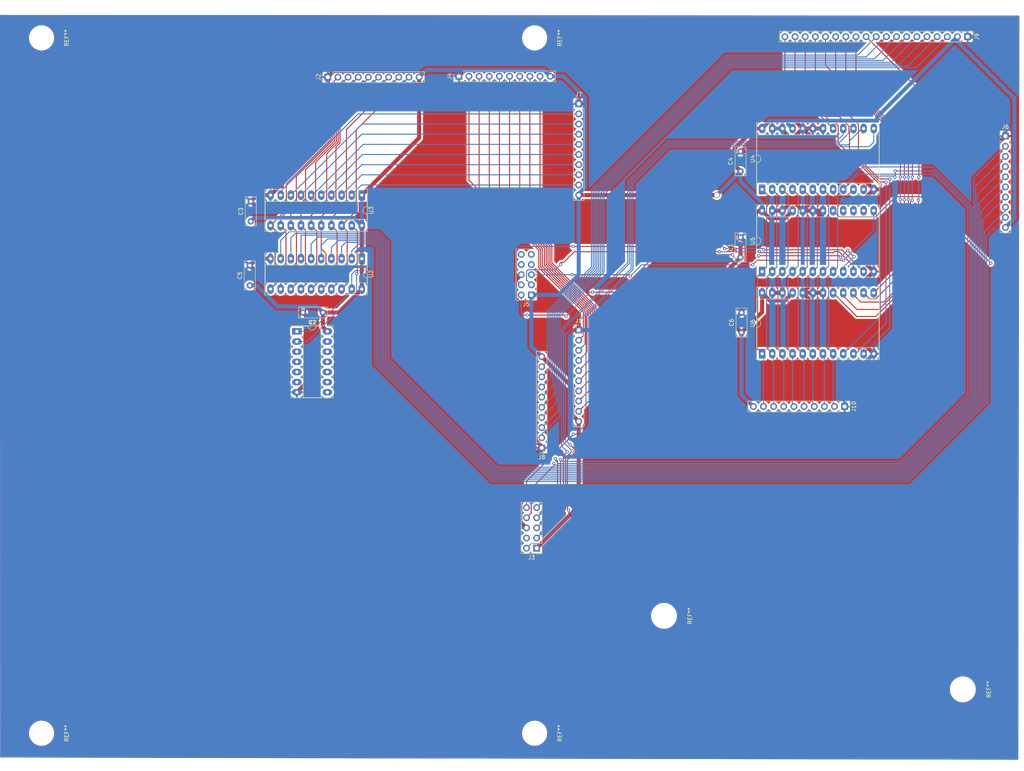
<source format=kicad_pcb>
(kicad_pcb (version 20211014) (generator pcbnew)
  (layers (0 "F.Cu" signal) (31 "B.Cu" signal) (34 "B.Paste" user) (35 "F.Paste" user) (36 "B.SilkS" user "B.Silkscreen") (37 "F.SilkS" user "F.Silkscreen") (38 "B.Mask" user) (39 "F.Mask" user) (44 "Edge.Cuts" user))
  (net 0 "")
  (net 1 "VCC")
  (net 2 "GND")
  (net 3 "Net-(J1-Pad2)")
  (net 4 "Net-(J1-Pad3)")
  (net 5 "Net-(J1-Pad4)")
  (net 6 "Net-(J1-Pad5)")
  (net 7 "Net-(J1-Pad6)")
  (net 8 "Net-(J1-Pad7)")
  (net 9 "Net-(J1-Pad8)")
  (net 10 "Net-(J1-Pad9)")
  (net 12 "Net-(J2-Pad2)")
  (net 13 "Net-(J2-Pad3)")
  (net 14 "Net-(J2-Pad4)")
  (net 15 "Net-(J2-Pad5)")
  (net 16 "Net-(J2-Pad6)")
  (net 17 "Net-(J2-Pad7)")
  (net 18 "Net-(J2-Pad8)")
  (net 19 "Net-(J2-Pad9)")
  (net 20 "Net-(J3-Pad2)")
  (net 21 "Net-(J3-Pad3)")
  (net 22 "Net-(J3-Pad5)")
  (net 23 "Net-(J3-Pad7)")
  (net 24 "Net-(J3-Pad8)")
  (net 25 "Net-(J3-Pad9)")
  (net 26 "Net-(J3-Pad10)")
  (net 27 "Net-(J5-Pad2)")
  (net 32 "Net-(J5-Pad3)")
  (net 33 "Net-(J5-Pad4)")
  (net 34 "Net-(J5-Pad5)")
  (net 35 "Net-(J6-Pad2)")
  (net 36 "Net-(J6-Pad3)")
  (net 37 "Net-(J6-Pad4)")
  (net 38 "Net-(J6-Pad5)")
  (net 39 "Net-(J6-Pad6)")
  (net 40 "Net-(J6-Pad7)")
  (net 41 "Net-(J6-Pad8)")
  (net 42 "Net-(J6-Pad9)")
  (net 43 "Net-(J7-Pad2)")
  (net 44 "Net-(J7-Pad3)")
  (net 45 "Net-(J7-Pad4)")
  (net 46 "Net-(J7-Pad5)")
  (net 47 "Net-(J7-Pad6)")
  (net 48 "Net-(J7-Pad7)")
  (net 49 "Net-(J7-Pad8)")
  (net 50 "Net-(J7-Pad9)")
  (net 51 "Net-(J8-Pad2)")
  (net 52 "Net-(J8-Pad3)")
  (net 53 "Net-(J8-Pad4)")
  (net 54 "Net-(J8-Pad5)")
  (net 55 "Net-(J8-Pad6)")
  (net 56 "Net-(J8-Pad7)")
  (net 57 "Net-(J8-Pad8)")
  (net 58 "Net-(J8-Pad9)")
  (net 59 "Net-(J9-Pad11)")
  (net 60 "Net-(J9-Pad12)")
  (net 61 "Net-(J9-Pad13)")
  (net 62 "Net-(J9-Pad14)")
  (net 63 "Net-(J9-Pad15)")
  (net 64 "Net-(J9-Pad16)")
  (net 65 "Net-(J9-Pad17)")
  (net 66 "Net-(J9-Pad18)")
  (net 67 "Net-(J9-Pad19)")
  (net 68 "Net-(U1-Pad2)")
  (net 72 "Net-(U6-Pad8)")
  (net 73 "Net-(U6-Pad7)")
  (net 74 "Net-(U6-Pad6)")
  (net 75 "Net-(U6-Pad5)")
  (net 76 "Net-(U6-Pad4)")
  (net 77 "Net-(U6-Pad3)")
  (net 78 "Net-(U6-Pad2)")
  (net 79 "Net-(U6-Pad1)")
  (net 80 "Net-(U5-Pad17)")
  (footprint "Connector_PinHeader_2.54mm:PinHeader_1x10_P2.54mm_Vertical" (layer "F.Cu") (at 281.25 42.375)
    (fp_text reference "J6")
    (fp_text value "Conn_01x08")
  )
  (footprint "Connector_PinHeader_2.54mm:PinHeader_1x10_P2.54mm_Vertical" (layer "F.Cu") (at 144.44 27.395 90)
    (fp_text reference "J4")
    (fp_text value "Conn_01x10")
  )
  (footprint "Connector_PinHeader_2.54mm:PinHeader_2x05_P2.54mm_Vertical" (layer "F.Cu") (at 163.915 145.52 180)
    (fp_text reference "J3")
    (fp_text value "Conn_02x05_Counter_Clockwise")
  )
  (footprint "Capacitor_THT:C_Rect_L7.0mm_W2.5mm_P5.00mm" (layer "F.Cu") (at 92.12 79.75 90)
    (fp_text reference "C5")
    (fp_text value "C")
  )
  (footprint "MountingHole:MountingHole_5.3mm_M5" (layer "F.Cu") (at 39.99 191.83 -90)
    (fp_text reference "REF**")
    (fp_text value "MountingHole_5.3mm_M5")
  )
  (footprint "Capacitor_THT:C_Rect_L7.0mm_W2.5mm_P5.00mm" (layer "F.Cu") (at 110.42 86.52 180)
    (fp_text reference "C2")
    (fp_text value "C")
  )
  (footprint "Package_DIP:DIP-24_W15.24mm_Socket_LongPads" (layer "F.Cu") (at 220.35 96.84 90)
    (fp_text reference "U6")
    (fp_text value "28C16")
  )
  (footprint "MountingHole:MountingHole_5.3mm_M5" (layer "F.Cu") (at 163.41 17.783206 -90)
    (fp_text reference "REF**")
    (fp_text value "MountingHole_5.3mm_M5")
  )
  (footprint "Capacitor_THT:C_Rect_L7.0mm_W2.5mm_P5.00mm" (layer "F.Cu") (at 214.95 72.74 90)
    (fp_text reference "C1")
    (fp_text value "C")
  )
  (footprint "Package_DIP:DIP-24_W15.24mm_Socket_LongPads" (layer "F.Cu") (at 220.35 76.2725 90)
    (fp_text reference "U5")
    (fp_text value "28C16")
  )
  (footprint "Package_DIP:DIP-20_W7.62mm_Socket_LongPads" (layer "F.Cu") (at 120.16 73.04 -90)
    (fp_text reference "U2")
    (fp_text value "74LS245")
  )
  (footprint "Connector_PinHeader_2.54mm:PinHeader_1x19_P2.54mm_Vertical" (layer "F.Cu") (at 271.78 17.48 -90)
    (fp_text reference "J9")
    (fp_text value "Conn_01x19")
  )
  (footprint "Capacitor_THT:C_Rect_L7.0mm_W2.5mm_P5.00mm" (layer "F.Cu") (at 215.2 91.54 90)
    (fp_text reference "C6")
    (fp_text value "C")
  )
  (footprint "Package_DIP:DIP-20_W7.62mm_Socket_LongPads" (layer "F.Cu") (at 120.165 57.14 -90)
    (fp_text reference "U3")
    (fp_text value "74LS245")
  )
  (footprint "Connector_PinHeader_2.54mm:PinHeader_1x10_P2.54mm_Vertical" (layer "F.Cu") (at 165.19 120.41 180)
    (fp_text reference "J8")
    (fp_text value "Conn_01x08")
  )
  (footprint "Connector_PinHeader_2.54mm:PinHeader_2x05_P2.54mm_Vertical" (layer "F.Cu") (at 162.595 82.135 180)
    (fp_text reference "J5")
    (fp_text value "Conn_02x05_Counter_Clockwise")
  )
  (footprint "MountingHole:MountingHole_5.3mm_M5" (layer "F.Cu") (at 39.99 17.783206 -90)
    (fp_text reference "REF**")
    (fp_text value "MountingHole_5.3mm_M5")
  )
  (footprint "MountingHole:MountingHole_5.5mm" (layer "F.Cu") (at 270.59 180.85 -90)
    (fp_text reference "REF**")
    (fp_text value "MountingHole_5.5mm")
  )
  (footprint "" (layer "F.Cu") (at 39.99 191.83 -90)
    (fp_text reference "")
    (fp_text value "")
  )
  (footprint "MountingHole:MountingHole_5.5mm" (layer "F.Cu") (at 195.8 162.45 -90)
    (fp_text reference "REF**")
    (fp_text value "MountingHole_5.5mm")
  )
  (footprint "Connector_PinHeader_2.54mm:PinHeader_1x10_P2.54mm_Vertical" (layer "F.Cu") (at 174.45 34.275)
    (fp_text reference "J7")
    (fp_text value "Conn_01x08")
  )
  (footprint "Package_DIP:DIP-24_W15.24mm_Socket_LongPads" (layer "F.Cu") (at 220.35 55.705 90)
    (fp_text reference "U4")
    (fp_text value "28C16")
  )
  (footprint "Connector_PinHeader_2.54mm:PinHeader_1x10_P2.54mm_Vertical" (layer "F.Cu") (at 111.635 27.605 90)
    (fp_text reference "J2")
    (fp_text value "Conn_01x10")
  )
  (footprint "Connector_PinHeader_2.54mm:PinHeader_1x10_P2.54mm_Vertical" (layer "F.Cu") (at 174.44 90.920523)
    (fp_text reference "J1")
    (fp_text value "Conn_01x10")
  )
  (footprint "Capacitor_THT:C_Rect_L7.0mm_W2.5mm_P5.00mm" (layer "F.Cu") (at 214.95 51.18 90)
    (fp_text reference "C4")
    (fp_text value "C")
  )
  (footprint "MountingHole:MountingHole_5.3mm_M5" (layer "F.Cu") (at 163.41 191.83 -90)
    (fp_text reference "REF**")
    (fp_text value "MountingHole_5.3mm_M5")
  )
  (footprint "Capacitor_THT:C_Rect_L7.0mm_W2.5mm_P5.00mm" (layer "F.Cu") (at 92.37 63.71 90)
    (fp_text reference "C3")
    (fp_text value "C")
  )
  (footprint "Package_DIP:DIP-14_W7.62mm_Socket_LongPads" (layer "F.Cu") (at 103.9 91.25)
    (fp_text reference "U1")
    (fp_text value "74LS04")
  )
  (footprint "Connector_PinHeader_2.54mm:PinHeader_1x10_P2.54mm_Vertical" (layer "F.Cu") (at 241.01 110.05 -90)
    (fp_text reference "J10")
    (fp_text value "Conn_01x10")
  )
  (segment (start 212.4 88.74) (end 212.4 75.29) (width 1) (layer "F.Cu") (net 1))
  (segment (start 114.3 86.52) (end 110.42 86.52) (width 1) (layer "F.Cu") (net 1))
  (segment (start 226.07048 62.93202) (end 222.24952 62.93202) (width 1) (layer "F.Cu") (net 1))
  (segment (start 215.2 91.54) (end 212.4 88.74) (width 1) (layer "F.Cu") (net 1))
  (segment (start 174.45 57.135) (end 208.995 57.135) (width 1) (layer "F.Cu") (net 1))
  (segment (start 134.495 27.605) (end 134.495 42.81) (width 1) (layer "F.Cu") (net 1))
  (segment (start 220.35 81.6) (end 222.24952 83.49952) (width 1) (layer "F.Cu") (net 1))
  (segment (start 222.24952 83.49952) (end 226.07048 83.49952) (width 1) (layer "F.Cu") (net 1))
  (segment (start 213.450489 45.489511) (end 218.475 40.465) (width 1) (layer "F.Cu") (net 1))
  (segment (start 215.2 91.54) (end 220.35 86.39) (width 1) (layer "F.Cu") (net 1))
  (segment (start 174.44 134.995) (end 174.44 113.780523) (width 1) (layer "F.Cu") (net 1))
  (segment (start 226.07048 83.49952) (end 227.97 81.6) (width 1) (layer "F.Cu") (net 1))
  (segment (start 227.97 61.0325) (end 226.07048 62.93202) (width 1) (layer "F.Cu") (net 1))
  (segment (start 110.42 90.15) (end 111.52 91.25) (width 1) (layer "F.Cu") (net 1))
  (segment (start 214.95 51.18) (end 213.450489 49.680489) (width 1) (layer "F.Cu") (net 1))
  (segment (start 163.915 145.52) (end 174.44 134.995) (width 1) (layer "F.Cu") (net 1))
  (segment (start 120.16 73.04) (end 120.16 80.66) (width 1) (layer "F.Cu") (net 1))
  (segment (start 110.42 86.52) (end 110.42 90.15) (width 1) (layer "F.Cu") (net 1))
  (segment (start 218.475 40.465) (end 220.35 40.465) (width 1) (layer "F.Cu") (net 1))
  (segment (start 134.495 42.81) (end 120.165 57.14) (width 1) (layer "F.Cu") (net 1))
  (segment (start 213.78 69.26) (end 213.450489 68.930489) (width 1) (layer "F.Cu") (net 1))
  (segment (start 172.85 105.21) (end 172.85 112.190523) (width 1) (layer "F.Cu") (net 1))
  (segment (start 213.450489 49.680489) (end 213.450489 45.489511) (width 1) (layer "F.Cu") (net 1))
  (segment (start 219.53687 61.0325) (end 220.35 61.0325) (width 1) (layer "F.Cu") (net 1))
  (segment (start 212.4 75.29) (end 214.95 72.74) (width 1) (layer "F.Cu") (net 1))
  (segment (start 220.35 86.39) (end 220.35 81.6) (width 1) (layer "F.Cu") (net 1))
  (segment (start 214.95 72.74) (end 214.95 69.436378) (width 1) (layer "F.Cu") (net 1))
  (segment (start 120.165 64.76) (end 120.165 73.035) (width 1) (layer "F.Cu") (net 1))
  (segment (start 120.16 80.66) (end 114.3 86.52) (width 1) (layer "F.Cu") (net 1))
  (segment (start 165.19 97.55) (end 172.85 105.21) (width 1) (layer "F.Cu") (net 1))
  (segment (start 213.450489 67.118881) (end 219.53687 61.0325) (width 1) (layer "F.Cu") (net 1))
  (segment (start 213.450489 68.930489) (end 213.450489 67.118881) (width 1) (layer "F.Cu") (net 1))
  (segment (start 172.85 112.190523) (end 174.44 113.780523) (width 1) (layer "F.Cu") (net 1))
  (segment (start 214.95 69.436378) (end 214.773622 69.26) (width 1) (layer "F.Cu") (net 1))
  (segment (start 120.165 73.035) (end 120.16 73.04) (width 1) (layer "F.Cu") (net 1))
  (segment (start 222.24952 62.93202) (end 220.35 61.0325) (width 1) (layer "F.Cu") (net 1))
  (segment (start 214.773622 69.26) (end 213.78 69.26) (width 1) (layer "F.Cu") (net 1))
  (via (at 209.01 57.12) (size 1.5) (drill 1.25) (layers "F.Cu" "B.Cu") (net 1))
  (segment (start 283.47 32.912081) (end 283.47 63.015) (width 1) (layer "B.Cu") (net 1))
  (segment (start 175.999511 55.23683) (end 175.999511 32.725489) (width 1) (layer "B.Cu") (net 1))
  (segment (start 162.595 94.955) (end 165.19 97.55) (width 1) (layer "B.Cu") (net 1))
  (segment (start 222.295 38.52) (end 226.88 38.52) (width 1) (layer "B.Cu") (net 1))
  (segment (start 167.3 27.395) (end 165.750489 25.845489) (width 1) (layer "B.Cu") (net 1))
  (segment (start 175.999511 32.725489) (end 170.669022 27.395) (width 1) (layer "B.Cu") (net 1))
  (segment (start 118.26548 62.86048) (end 120.165 64.76) (width 1) (layer "B.Cu") (net 1))
  (segment (start 220.35 40.465) (end 222.295 38.52) (width 1) (layer "B.Cu") (net 1))
  (segment (start 249.13 37.59) (end 269.24 17.48) (width 1) (layer "B.Cu") (net 1))
  (segment (start 93.21952 62.86048) (end 118.26548 62.86048) (width 1) (layer "B.Cu") (net 1))
  (segment (start 169.415 82.135) (end 174.45 77.1) (width 1) (layer "B.Cu") (net 1))
  (segment (start 209.01 57.12) (end 214.95 51.18) (width 1) (layer "B.Cu") (net 1))
  (segment (start 108.920489 85.020489) (end 101.180489 85.020489) (width 1) (layer "B.Cu") (net 1))
  (segment (start 162.595 82.135) (end 169.415 82.135) (width 1) (layer "B.Cu") (net 1))
  (segment (start 174.45 57.135) (end 174.45 56.786341) (width 1) (layer "B.Cu") (net 1))
  (segment (start 162.595 82.135) (end 162.595 94.955) (width 1) (layer "B.Cu") (net 1))
  (segment (start 283.47 63.015) (end 281.25 65.235) (width 1) (layer "B.Cu") (net 1))
  (segment (start 101.17 85.01) (end 99.08 85.01) (width 1) (layer "B.Cu") (net 1))
  (segment (start 174.45 77.1) (end 174.45 57.135) (width 1) (layer "B.Cu") (net 1))
  (segment (start 220.35 59.104022) (end 220.35 61.0325) (width 1) (layer "B.Cu") (net 1))
  (segment (start 170.669022 27.395) (end 167.3 27.395) (width 1) (layer "B.Cu") (net 1))
  (segment (start 226.88 38.52) (end 249.13 38.52) (width 1) (layer "B.Cu") (net 1))
  (segment (start 227.97 40.465) (end 227.950641 40.465) (width 1) (layer "B.Cu") (net 1))
  (segment (start 93.82 79.75) (end 92.12 79.75) (width 1) (layer "B.Cu") (net 1))
  (segment (start 214.95 53.704022) (end 220.35 59.104022) (width 1) (layer "B.Cu") (net 1))
  (segment (start 269.24 18.682081) (end 283.47 32.912081) (width 1) (layer "B.Cu") (net 1))
  (segment (start 214.95 51.18) (end 214.95 53.704022) (width 1) (layer "B.Cu") (net 1))
  (segment (start 165.750489 25.845489) (end 136.254511 25.845489) (width 1) (layer "B.Cu") (net 1))
  (segment (start 249.13 38.52) (end 249.13 37.59) (width 1) (layer "B.Cu") (net 1))
  (segment (start 120.165 57.14) (end 120.165 64.76) (width 1) (layer "B.Cu") (net 1))
  (segment (start 215.2 107.1) (end 215.2 91.54) (width 1) (layer "B.Cu") (net 1))
  (segment (start 136.254511 25.845489) (end 134.495 27.605) (width 1) (layer "B.Cu") (net 1))
  (segment (start 92.37 63.71) (end 93.21952 62.86048) (width 1) (layer "B.Cu") (net 1))
  (segment (start 120.165 73.035) (end 120.16 73.04) (width 1) (layer "B.Cu") (net 1))
  (segment (start 208.995 57.135) (end 209.01 57.12) (width 1) (layer "B.Cu") (net 1))
  (segment (start 99.08 85.01) (end 93.82 79.75) (width 1) (layer "B.Cu") (net 1))
  (segment (start 110.42 86.52) (end 108.920489 85.020489) (width 1) (layer "B.Cu") (net 1))
  (segment (start 269.24 17.48) (end 269.24 18.682081) (width 1) (layer "B.Cu") (net 1))
  (segment (start 227.950641 40.465) (end 226.88 39.394359) (width 1) (layer "B.Cu") (net 1))
  (segment (start 174.45 56.786341) (end 175.999511 55.23683) (width 1) (layer "B.Cu") (net 1))
  (segment (start 226.88 39.394359) (end 226.88 38.52) (width 1) (layer "B.Cu") (net 1))
  (segment (start 101.180489 85.020489) (end 101.17 85.01) (width 1) (layer "B.Cu") (net 1))
  (segment (start 218.15 110.05) (end 215.2 107.1) (width 1) (layer "B.Cu") (net 1))
  (segment (start 233.05 81.6) (end 235.59 81.6) (width 1) (layer "F.Cu") (net 2))
  (segment (start 106.219999 87.319999) (end 106.219999 104.170001) (width 1) (layer "F.Cu") (net 2))
  (segment (start 159.825489 125.774511) (end 165.19 120.41) (width 1) (layer "F.Cu") (net 2))
  (segment (start 158.505489 78.604511) (end 158.505489 82.905489) (width 1) (layer "F.Cu") (net 2))
  (segment (start 267.92 55.705) (end 281.25 42.375) (width 1) (layer "F.Cu") (net 2))
  (segment (start 228.61048 59.13298) (end 230.51 61.0325) (width 1) (layer "F.Cu") (net 2))
  (segment (start 232.40952 79.70048) (end 225.66048 79.70048) (width 1) (layer "F.Cu") (net 2))
  (segment (start 92.37 58.71) (end 93.869511 60.209511) (width 1) (layer "F.Cu") (net 2))
  (segment (start 163.640489 118.51183) (end 165.19 120.061341) (width 1) (layer "F.Cu") (net 2))
  (segment (start 145.989511 25.845489) (end 168.215489 25.845489) (width 1) (layer "F.Cu") (net 2))
  (segment (start 230.51 61.0325) (end 233.7625 61.0325) (width 1) (layer "F.Cu") (net 2))
  (segment (start 230.51 40.465) (end 243.85048 53.80548) (width 1) (layer "F.Cu") (net 2))
  (segment (start 246.39048 73.66048) (end 246.39048 74.37298) (width 1) (layer "F.Cu") (net 2))
  (segment (start 97.3 73.04) (end 93.83 73.04) (width 1) (layer "F.Cu") (net 2))
  (segment (start 105.42 86.52) (end 106.219999 87.319999) (width 1) (layer "F.Cu") (net 2))
  (segment (start 274.59 17.45) (end 274.56 17.48) (width 1) (layer "F.Cu") (net 2))
  (segment (start 111.635 27.605) (end 111.635 42.81) (width 1) (layer "F.Cu") (net 2))
  (segment (start 174.44 90.920523) (end 169.628136 90.920523) (width 1) (layer "F.Cu") (net 2))
  (segment (start 244.86202 59.13298) (end 232.40952 59.13298) (width 1) (layer "F.Cu") (net 2))
  (segment (start 159.61 84.01) (end 169.53 84.01) (width 1) (layer "F.Cu") (net 2))
  (segment (start 174.45 34.275) (end 224.32 34.275) (width 1) (layer "F.Cu") (net 2))
  (segment (start 230.51 40.465) (end 227.7925 43.1825) (width 1) (layer "F.Cu") (net 2))
  (segment (start 161.375 140.44) (end 159.825489 138.890489) (width 1) (layer "F.Cu") (net 2))
  (segment (start 160.055 77.055) (end 158.505489 78.604511) (width 1) (layer "F.Cu") (net 2))
  (segment (start 281.25 42.375) (end 281.25 24.11) (width 1) (layer "F.Cu") (net 2))
  (segment (start 93.869511 73.000489) (end 92.12 74.75) (width 1) (layer "F.Cu") (net 2))
  (segment (start 243.85048 53.80548) (end 246.39048 53.80548) (width 1) (layer "F.Cu") (net 2))
  (segment (start 105.42 86.52) (end 100.639359 86.52) (width 1) (layer "F.Cu") (net 2))
  (segment (start 174.45 32.08) (end 174.45 34.275) (width 1) (layer "F.Cu") (net 2))
  (segment (start 93.619511 76.249511) (end 92.12 74.75) (width 1) (layer "F.Cu") (net 2))
  (segment (start 248.29 76.2725) (end 244.86202 79.70048) (width 1) (layer "F.Cu") (net 2))
  (segment (start 220.378958 79.70048) (end 219.239239 78.560761) (width 1) (layer "F.Cu") (net 2))
  (segment (start 235.59 40.465) (end 230.51 40.465) (width 1) (layer "F.Cu") (net 2))
  (segment (start 168.215489 25.845489) (end 174.45 32.08) (width 1) (layer "F.Cu") (net 2))
  (segment (start 216.449511 69.239511) (end 214.95 67.74) (width 1) (layer "F.Cu") (net 2))
  (segment (start 93.83 73.04) (end 92.12 74.75) (width 1) (layer "F.Cu") (net 2))
  (segment (start 97.305 57.14) (end 93.94 57.14) (width 1) (layer "F.Cu") (net 2))
  (segment (start 165.19 120.061341) (end 165.19 120.41) (width 1) (layer "F.Cu") (net 2))
  (segment (start 224.795 46.18) (end 214.95 46.18) (width 1) (layer "F.Cu") (net 2))
  (segment (start 158.505489 82.905489) (end 159.61 84.01) (width 1) (layer "F.Cu") (net 2))
  (segment (start 144.44 27.395) (end 145.989511 25.845489) (width 1) (layer "F.Cu") (net 2))
  (segment (start 225.43 61.0325) (end 227.32952 59.13298) (width 1) (layer "F.Cu") (net 2))
  (segment (start 219.239239 78.560761) (end 216.449511 75.771033) (width 1) (layer "F.Cu") (net 2))
  (segment (start 225.43 40.82) (end 227.7925 43.1825) (width 1) (layer "F.Cu") (net 2))
  (segment (start 232.40952 79.70048) (end 230.51 81.6) (width 1) (layer "F.Cu") (net 2))
  (segment (start 246.39048 74.37298) (end 248.29 76.2725) (width 1) (layer "F.Cu") (net 2))
  (segment (start 159.825489 138.890489) (end 159.825489 125.774511) (width 1) (layer "F.Cu") (net 2))
  (segment (start 225.43 40.465) (end 225.43 40.82) (width 1) (layer "F.Cu") (net 2))
  (segment (start 235.59 61.0325) (end 230.51 61.0325) (width 1) (layer "F.Cu") (net 2))
  (segment (start 93.869511 60.209511) (end 93.869511 73.000489) (width 1) (layer "F.Cu") (net 2))
  (segment (start 233.7625 61.0325) (end 246.39048 73.66048) (width 1) (layer "F.Cu") (net 2))
  (segment (start 230.51 81.6) (end 243.85048 94.94048) (width 1) (layer "F.Cu") (net 2))
  (segment (start 248.29 55.705) (end 244.86202 59.13298) (width 1) (layer "F.Cu") (net 2))
  (segment (start 281.25 24.11) (end 274.59 17.45) (width 1) (layer "F.Cu") (net 2))
  (segment (start 222.89 81.6) (end 225.43 81.6) (width 1) (layer "F.Cu") (net 2))
  (segment (start 224.32 34.275) (end 230.51 40.465) (width 1) (layer "F.Cu") (net 2))
  (segment (start 163.640489 96.90817) (end 163.640489 118.51183) (width 1) (layer "F.Cu") (net 2))
  (segment (start 227.7925 43.1825) (end 224.795 46.18) (width 1) (layer "F.Cu") (net 2))
  (segment (start 246.39048 94.94048) (end 248.29 96.84) (width 1) (layer "F.Cu") (net 2))
  (segment (start 106.219999 104.170001) (end 103.9 106.49) (width 1) (layer "F.Cu") (net 2))
  (segment (start 111.635 42.81) (end 97.305 57.14) (width 1) (layer "F.Cu") (net 2))
  (segment (start 248.29 55.705) (end 267.92 55.705) (width 1) (layer "F.Cu") (net 2))
  (segment (start 169.53 84.01) (end 174.44 88.92) (width 1) (layer "F.Cu") (net 2))
  (segment (start 222.89 61.0325) (end 225.43 61.0325) (width 1) (layer "F.Cu") (net 2))
  (segment (start 93.94 57.14) (end 92.37 58.71) (width 1) (layer "F.Cu") (net 2))
  (segment (start 227.32952 59.13298) (end 228.61048 59.13298) (width 1) (layer "F.Cu") (net 2))
  (segment (start 169.628136 90.920523) (end 163.640489 96.90817) (width 1) (layer "F.Cu") (net 2))
  (segment (start 100.639359 86.52) (end 93.619511 79.500152) (width 1) (layer "F.Cu") (net 2))
  (segment (start 232.40952 59.13298) (end 230.51 61.0325) (width 1) (layer "F.Cu") (net 2))
  (segment (start 113.184511 26.055489) (end 111.635 27.605) (width 1) (layer "F.Cu") (net 2))
  (segment (start 274.56 17.48) (end 271.78 17.48) (width 1) (layer "F.Cu") (net 2))
  (segment (start 219.239239 78.560761) (end 215.2 82.6) (width 1) (layer "F.Cu") (net 2))
  (segment (start 225.66048 79.70048) (end 220.378958 79.70048) (width 1) (layer "F.Cu") (net 2))
  (segment (start 93.619511 79.500152) (end 93.619511 76.249511) (width 1) (layer "F.Cu") (net 2))
  (segment (start 144.44 27.395) (end 143.100489 26.055489) (width 1) (layer "F.Cu") (net 2))
  (segment (start 143.100489 26.055489) (end 113.184511 26.055489) (width 1) (layer "F.Cu") (net 2))
  (segment (start 225.43 81.6) (end 225.43 79.93096) (width 1) (layer "F.Cu") (net 2))
  (segment (start 233.05 81.6) (end 230.51 81.6) (width 1) (layer "F.Cu") (net 2))
  (segment (start 215.2 82.6) (end 215.2 86.54) (width 1) (layer "F.Cu") (net 2))
  (segment (start 216.449511 75.771033) (end 216.449511 69.239511) (width 1) (layer "F.Cu") (net 2))
  (segment (start 174.44 88.92) (end 174.44 90.920523) (width 1) (layer "F.Cu") (net 2))
  (segment (start 243.85048 94.94048) (end 246.39048 94.94048) (width 1) (layer "F.Cu") (net 2))
  (segment (start 246.39048 53.80548) (end 248.29 55.705) (width 1) (layer "F.Cu") (net 2))
  (segment (start 225.43 79.93096) (end 225.66048 79.70048) (width 1) (layer "F.Cu") (net 2))
  (segment (start 244.86202 79.70048) (end 232.40952 79.70048) (width 1) (layer "F.Cu") (net 2))
  (segment (start 174.44 90.920523) (end 210.819477 90.920523) (width 1) (layer "B.Cu") (net 2))
  (segment (start 210.819477 90.920523) (end 215.2 86.54) (width 1) (layer "B.Cu") (net 2))
  (segment (start 225.43 40.465) (end 222.89 40.465) (width 1) (layer "B.Cu") (net 2))
  (segment (start 241.01 104.12) (end 248.29 96.84) (width 1) (layer "B.Cu") (net 2))
  (segment (start 241.01 110.05) (end 241.01 104.12) (width 1) (layer "B.Cu") (net 2))
  (segment (start 175.614511 86.414511) (end 166.82 77.62) (width 0.25) (layer "F.Cu") (net 3))
  (segment (start 174.44 93.460523) (end 175.614511 92.286012) (width 0.25) (layer "F.Cu") (net 3))
  (segment (start 164.44 70.88) (end 146.98 53.42) (width 0.25) (layer "F.Cu") (net 3))
  (segment (start 175.614511 92.286012) (end 175.614511 86.414511) (width 0.25) (layer "F.Cu") (net 3))
  (segment (start 164.44 75.28) (end 164.44 70.88) (width 0.25) (layer "F.Cu") (net 3))
  (segment (start 166.82 77.62) (end 166.78 77.62) (width 0.25) (layer "F.Cu") (net 3))
  (segment (start 166.78 77.62) (end 164.44 75.28) (width 0.25) (layer "F.Cu") (net 3))
  (segment (start 146.98 53.42) (end 146.98 27.395) (width 0.25) (layer "F.Cu") (net 3))
  (segment (start 149.52 27.395) (end 149.52 55.324282) (width 0.25) (layer "F.Cu") (net 4))
  (segment (start 164.88952 75.093802) (end 166.692859 76.897141) (width 0.25) (layer "F.Cu") (net 4))
  (segment (start 166.732859 76.897141) (end 176.064031 86.228313) (width 0.25) (layer "F.Cu") (net 4))
  (segment (start 176.064031 94.376492) (end 174.44 96.000523) (width 0.25) (layer "F.Cu") (net 4))
  (segment (start 149.52 55.324282) (end 164.88952 70.693803) (width 0.25) (layer "F.Cu") (net 4))
  (segment (start 166.692859 76.897141) (end 166.732859 76.897141) (width 0.25) (layer "F.Cu") (net 4))
  (segment (start 176.064031 86.228313) (end 176.064031 94.376492) (width 0.25) (layer "F.Cu") (net 4))
  (segment (start 164.88952 70.693803) (end 164.88952 75.093802) (width 0.25) (layer "F.Cu") (net 4))
  (segment (start 174.44 98.540523) (end 176.513551 96.466972) (width 0.25) (layer "F.Cu") (net 5))
  (segment (start 151.980718 57.149282) (end 152.06 57.07) (width 0.25) (layer "F.Cu") (net 5))
  (segment (start 176.513551 86.042115) (end 166.015718 75.544282) (width 0.25) (layer "F.Cu") (net 5))
  (segment (start 165.975718 75.544282) (end 165.33904 74.907604) (width 0.25) (layer "F.Cu") (net 5))
  (segment (start 165.33904 74.907604) (end 165.33904 70.507606) (width 0.25) (layer "F.Cu") (net 5))
  (segment (start 166.015718 75.544282) (end 165.975718 75.544282) (width 0.25) (layer "F.Cu") (net 5))
  (segment (start 176.513551 96.466972) (end 176.513551 86.042115) (width 0.25) (layer "F.Cu") (net 5))
  (segment (start 152.06 57.07) (end 152.06 27.395) (width 0.25) (layer "F.Cu") (net 5))
  (segment (start 165.33904 70.507606) (end 151.980718 57.149282) (width 0.25) (layer "F.Cu") (net 5))
  (segment (start 176.963071 85.855918) (end 176.963071 98.557452) (width 0.25) (layer "F.Cu") (net 6))
  (segment (start 165.888577 70.421426) (end 165.888577 74.821423) (width 0.25) (layer "F.Cu") (net 6))
  (segment (start 165.888577 74.821423) (end 165.928576 74.821423) (width 0.25) (layer "F.Cu") (net 6))
  (segment (start 154.6 27.395) (end 154.6 59.132846) (width 0.25) (layer "F.Cu") (net 6))
  (segment (start 165.928576 74.821423) (end 176.963071 85.855918) (width 0.25) (layer "F.Cu") (net 6))
  (segment (start 176.963071 98.557452) (end 174.44 101.080523) (width 0.25) (layer "F.Cu") (net 6))
  (segment (start 154.6 59.132846) (end 165.888577 70.421426) (width 0.25) (layer "F.Cu") (net 6))
  (segment (start 177.412591 85.669721) (end 166.338097 74.595227) (width 0.25) (layer "F.Cu") (net 7))
  (segment (start 157.14 61.03713) (end 157.14 27.395) (width 0.25) (layer "F.Cu") (net 7))
  (segment (start 166.338097 70.235229) (end 157.14 61.03713) (width 0.25) (layer "F.Cu") (net 7))
  (segment (start 166.338097 74.595227) (end 166.338097 70.235229) (width 0.25) (layer "F.Cu") (net 7))
  (segment (start 174.44 103.620523) (end 177.412591 100.647932) (width 0.25) (layer "F.Cu") (net 7))
  (segment (start 177.412591 100.647932) (end 177.412591 85.669721) (width 0.25) (layer "F.Cu") (net 7))
  (segment (start 177.862111 85.483524) (end 177.862111 102.738412) (width 0.25) (layer "F.Cu") (net 8))
  (segment (start 159.68 62.941412) (end 166.787617 70.049032) (width 0.25) (layer "F.Cu") (net 8))
  (segment (start 177.862111 102.738412) (end 174.44 106.160523) (width 0.25) (layer "F.Cu") (net 8))
  (segment (start 159.68 27.395) (end 159.68 62.941412) (width 0.25) (layer "F.Cu") (net 8))
  (segment (start 166.787617 70.049032) (end 166.787617 74.409029) (width 0.25) (layer "F.Cu") (net 8))
  (segment (start 166.787617 74.409029) (end 177.862111 85.483524) (width 0.25) (layer "F.Cu") (net 8))
  (segment (start 178.311631 104.828892) (end 178.311631 85.297327) (width 0.25) (layer "F.Cu") (net 9))
  (segment (start 178.311631 85.297327) (end 167.252153 74.237847) (width 0.25) (layer "F.Cu") (net 9))
  (segment (start 167.252153 69.877851) (end 162.22 64.845697) (width 0.25) (layer "F.Cu") (net 9))
  (segment (start 167.252153 74.237847) (end 167.252153 69.877851) (width 0.25) (layer "F.Cu") (net 9))
  (segment (start 162.22 64.845697) (end 162.22 27.395) (width 0.25) (layer "F.Cu") (net 9))
  (segment (start 174.44 108.700523) (end 178.311631 104.828892) (width 0.25) (layer "F.Cu") (net 9))
  (segment (start 167.701673 74.051649) (end 178.761151 85.11113) (width 0.25) (layer "F.Cu") (net 10))
  (segment (start 164.76 27.395) (end 164.76 66.749979) (width 0.25) (layer "F.Cu") (net 10))
  (segment (start 164.76 66.749979) (end 167.701673 69.691654) (width 0.25) (layer "F.Cu") (net 10))
  (segment (start 167.701673 69.691654) (end 167.701673 74.051649) (width 0.25) (layer "F.Cu") (net 10))
  (segment (start 178.761151 85.11113) (end 178.761151 106.919372) (width 0.25) (layer "F.Cu") (net 10))
  (segment (start 178.761151 106.919372) (end 174.44 111.240523) (width 0.25) (layer "F.Cu") (net 10))
  (segment (start 98.42452 79.53548) (end 98.42452 65.87952) (width 0.25) (layer "F.Cu") (net 12))
  (segment (start 112.45952 29.32048) (end 114.175 27.605) (width 0.25) (layer "F.Cu") (net 12))
  (segment (start 101.26048 60.80452) (end 101.26048 54.350568) (width 0.25) (layer "F.Cu") (net 12))
  (segment (start 97.3 80.66) (end 98.42452 79.53548) (width 0.25) (layer "F.Cu") (net 12))
  (segment (start 112.45952 43.151528) (end 112.45952 29.32048) (width 0.25) (layer "F.Cu") (net 12))
  (segment (start 98.42452 65.87952) (end 97.305 64.76) (width 0.25) (layer "F.Cu") (net 12))
  (segment (start 97.305 64.76) (end 101.26048 60.80452) (width 0.25) (layer "F.Cu") (net 12))
  (segment (start 101.26048 54.350568) (end 112.45952 43.151528) (width 0.25) (layer "F.Cu") (net 12))
  (segment (start 103.76 56.22) (end 103.76 52.486766) (width 0.25) (layer "F.Cu") (net 13))
  (segment (start 99.845 64.76) (end 99.845 62.875) (width 0.25) (layer "F.Cu") (net 13))
  (segment (start 99.84 80.66) (end 99.84 79.24) (width 0.25) (layer "F.Cu") (net 13))
  (segment (start 99.845 62.875) (end 103.80048 58.91952) (width 0.25) (layer "F.Cu") (net 13))
  (segment (start 112.90904 43.337725) (end 112.90904 31.41096) (width 0.25) (layer "F.Cu") (net 13))
  (segment (start 101.17 77.91) (end 101.17 66.085) (width 0.25) (layer "F.Cu") (net 13))
  (segment (start 103.80048 58.91952) (end 103.80048 56.26048) (width 0.25) (layer "F.Cu") (net 13))
  (segment (start 103.76 52.486766) (end 112.90904 43.337725) (width 0.25) (layer "F.Cu") (net 13))
  (segment (start 101.17 66.085) (end 99.845 64.76) (width 0.25) (layer "F.Cu") (net 13))
  (segment (start 112.90904 31.41096) (end 116.715 27.605) (width 0.25) (layer "F.Cu") (net 13))
  (segment (start 103.80048 56.26048) (end 103.76 56.22) (width 0.25) (layer "F.Cu") (net 13))
  (segment (start 99.84 79.24) (end 101.17 77.91) (width 0.25) (layer "F.Cu") (net 13))
  (segment (start 113.35856 43.523922) (end 113.35856 33.50144) (width 0.25) (layer "F.Cu") (net 14))
  (segment (start 102.385 64.76) (end 102.385 60.970718) (width 0.25) (layer "F.Cu") (net 14))
  (segment (start 102.385 60.970718) (end 104.077859 59.277859) (width 0.25) (layer "F.Cu") (net 14))
  (segment (start 106.08 57.975311) (end 106.08 50.802484) (width 0.25) (layer "F.Cu") (net 14))
  (segment (start 113.35856 33.50144) (end 119.255 27.605) (width 0.25) (layer "F.Cu") (net 14))
  (segment (start 103.79548 66.17048) (end 102.385 64.76) (width 0.25) (layer "F.Cu") (net 14))
  (segment (start 102.38 80.66) (end 103.79548 79.24452) (width 0.25) (layer "F.Cu") (net 14))
  (segment (start 104.777452 59.277859) (end 106.08 57.975311) (width 0.25) (layer "F.Cu") (net 14))
  (segment (start 104.077859 59.277859) (end 104.777452 59.277859) (width 0.25) (layer "F.Cu") (net 14))
  (segment (start 103.79548 79.24452) (end 103.79548 66.17048) (width 0.25) (layer "F.Cu") (net 14))
  (segment (start 106.08 50.802484) (end 113.35856 43.523922) (width 0.25) (layer "F.Cu") (net 14))
  (segment (start 104.92 80.66) (end 106.04452 79.53548) (width 0.25) (layer "F.Cu") (net 15))
  (segment (start 106.04452 79.53548) (end 106.04452 65.87952) (width 0.25) (layer "F.Cu") (net 15))
  (segment (start 121.795 27.895) (end 121.795 27.605) (width 0.25) (layer "F.Cu") (net 15))
  (segment (start 113.80808 43.710119) (end 113.80808 35.88192) (width 0.25) (layer "F.Cu") (net 15))
  (segment (start 104.92 64.755) (end 104.92 61.675311) (width 0.25) (layer "F.Cu") (net 15))
  (segment (start 106.04452 65.87952) (end 104.925 64.76) (width 0.25) (layer "F.Cu") (net 15))
  (segment (start 104.92 61.675311) (end 108.58952 58.005791) (width 0.25) (layer "F.Cu") (net 15))
  (segment (start 108.58952 58.005791) (end 108.58952 48.928679) (width 0.25) (layer "F.Cu") (net 15))
  (segment (start 108.58952 48.928679) (end 113.80808 43.710119) (width 0.25) (layer "F.Cu") (net 15))
  (segment (start 104.925 64.76) (end 104.92 64.755) (width 0.25) (layer "F.Cu") (net 15))
  (segment (start 113.80808 35.88192) (end 121.795 27.895) (width 0.25) (layer "F.Cu") (net 15))
  (segment (start 107.465 62.225) (end 111.36 58.33) (width 0.25) (layer "F.Cu") (net 16))
  (segment (start 114.2576 43.896316) (end 114.2576 37.6824) (width 0.25) (layer "F.Cu") (net 16))
  (segment (start 107.46 80.66) (end 108.87548 79.24452) (width 0.25) (layer "F.Cu") (net 16))
  (segment (start 108.87548 79.24452) (end 108.87548 66.17048) (width 0.25) (layer "F.Cu") (net 16))
  (segment (start 114.2576 37.6824) (end 124.335 27.605) (width 0.25) (layer "F.Cu") (net 16))
  (segment (start 108.87548 66.17048) (end 107.465 64.76) (width 0.25) (layer "F.Cu") (net 16))
  (segment (start 107.465 64.76) (end 107.465 62.225) (width 0.25) (layer "F.Cu") (net 16))
  (segment (start 111.36 46.793917) (end 114.2576 43.896316) (width 0.25) (layer "F.Cu") (net 16))
  (segment (start 111.36 58.33) (end 111.36 46.793917) (width 0.25) (layer "F.Cu") (net 16))
  (segment (start 114.70712 44.082513) (end 114.70712 39.77288) (width 0.25) (layer "F.Cu") (net 17))
  (segment (start 113.66952 58.90048) (end 113.66952 45.120114) (width 0.25) (layer "F.Cu") (net 17))
  (segment (start 110.005 70.545) (end 110.005 64.76) (width 0.25) (layer "F.Cu") (net 17))
  (segment (start 110.18 80.66) (end 111.19 79.65) (width 0.25) (layer "F.Cu") (net 17))
  (segment (start 113.66952 45.120114) (end 114.70712 44.082513) (width 0.25) (layer "F.Cu") (net 17))
  (segment (start 111.19 71.73) (end 110.005 70.545) (width 0.25) (layer "F.Cu") (net 17))
  (segment (start 110 80.66) (end 110.18 80.66) (width 0.25) (layer "F.Cu") (net 17))
  (segment (start 110.005 64.76) (end 110.005 62.565) (width 0.25) (layer "F.Cu") (net 17))
  (segment (start 110.005 62.565) (end 113.66952 58.90048) (width 0.25) (layer "F.Cu") (net 17))
  (segment (start 114.70712 39.77288) (end 126.875 27.605) (width 0.25) (layer "F.Cu") (net 17))
  (segment (start 111.19 79.65) (end 111.19 71.73) (width 0.25) (layer "F.Cu") (net 17))
  (segment (start 116.3 40.74) (end 117.54 39.5) (width 0.25) (layer "F.Cu") (net 18))
  (segment (start 112.545 64.76) (end 112.545 62.945) (width 0.25) (layer "F.Cu") (net 18))
  (segment (start 112.545 62.945) (end 116.3 59.19) (width 0.25) (layer "F.Cu") (net 18))
  (segment (start 113.95548 79.24452) (end 113.95548 66.17048) (width 0.25) (layer "F.Cu") (net 18))
  (segment (start 112.54 80.66) (end 113.95548 79.24452) (width 0.25) (layer "F.Cu") (net 18))
  (segment (start 113.95548 66.17048) (end 112.545 64.76) (width 0.25) (layer "F.Cu") (net 18))
  (segment (start 117.54 39.5) (end 117.54 39.48) (width 0.25) (layer "F.Cu") (net 18))
  (segment (start 117.54 39.48) (end 129.415 27.605) (width 0.25) (layer "F.Cu") (net 18))
  (segment (start 116.3 59.19) (end 116.3 40.74) (width 0.25) (layer "F.Cu") (net 18))
  (segment (start 116.49548 66.17048) (end 115.085 64.76) (width 0.25) (layer "F.Cu") (net 19))
  (segment (start 118.74952 40.81048) (end 131.955 27.605) (width 0.25) (layer "F.Cu") (net 19))
  (segment (start 115.08 80.66) (end 116.49548 79.24452) (width 0.25) (layer "F.Cu") (net 19))
  (segment (start 115.085 64.76) (end 118.74952 61.09548) (width 0.25) (layer "F.Cu") (net 19))
  (segment (start 118.74952 61.09548) (end 118.74952 40.81048) (width 0.25) (layer "F.Cu") (net 19))
  (segment (start 116.49548 79.24452) (end 116.49548 66.17048) (width 0.25) (layer "F.Cu") (net 19))
  (segment (start 173.547204 121.49741) (end 173.547204 120.897204) (width 0.25) (layer "F.Cu") (net 20))
  (segment (start 171.895036 135.985036) (end 171.620045 135.710045) (width 0.25) (layer "F.Cu") (net 20))
  (segment (start 171.620045 123.424569) (end 173.547204 121.49741) (width 0.25) (layer "F.Cu") (net 20))
  (segment (start 173.547204 120.897204) (end 172.29 119.64) (width 0.25) (layer "F.Cu") (net 20))
  (segment (start 171.620045 135.710045) (end 171.620045 123.424569) (width 0.25) (layer "F.Cu") (net 20))
  (via (at 171.895036 135.985036) (size 0.8) (drill 0.4) (layers "F.Cu" "B.Cu") (net 20))
  (via (at 172.29 119.64) (size 0.8) (drill 0.4) (layers "F.Cu" "B.Cu") (net 20))
  (segment (start 187.58048 75.553802) (end 171.0852 92.049082) (width 0.25) (layer "B.Cu") (net 20))
  (segment (start 171.895036 137.539964) (end 165.089511 144.345489) (width 0.25) (layer "B.Cu") (net 20))
  (segment (start 245.75 40.465) (end 245.35 40.465) (width 0.25) (layer "B.Cu") (net 20))
  (segment (start 241.92952 44.56048) (end 197.073802 44.56048) (width 0.25) (layer "B.Cu") (net 20))
  (segment (start 197.073802 44.56048) (end 196.81048 44.823803) (width 0.25) (layer "B.Cu") (net 20))
  (segment (start 162.549511 144.345489) (end 161.375 145.52) (width 0.25) (layer "B.Cu") (net 20))
  (segment (start 245.35 40.465) (end 242.25 43.565) (width 0.25) (layer "B.Cu") (net 20))
  (segment (start 196.81048 44.823803) (end 187.58048 54.053802) (width 0.25) (layer "B.Cu") (net 20))
  (segment (start 171.895036 135.985036) (end 171.895036 137.539964) (width 0.25) (layer "B.Cu") (net 20))
  (segment (start 242.25 44.24) (end 241.92952 44.56048) (width 0.25) (layer "B.Cu") (net 20))
  (segment (start 171.0852 118.4352) (end 172.29 119.64) (width 0.25) (layer "B.Cu") (net 20))
  (segment (start 165.089511 144.345489) (end 162.549511 144.345489) (width 0.25) (layer "B.Cu") (net 20))
  (segment (start 242.25 43.565) (end 242.25 44.24) (width 0.25) (layer "B.Cu") (net 20))
  (segment (start 171.0852 92.049082) (end 171.0852 118.4352) (width 0.25) (layer "B.Cu") (net 20))
  (segment (start 187.58048 54.053802) (end 187.58048 75.553802) (width 0.25) (layer "B.Cu") (net 20))
  (segment (start 171.170525 135.724475) (end 163.915 142.98) (width 0.25) (layer "F.Cu") (net 21))
  (segment (start 172.822693 121.197307) (end 171.170525 122.849475) (width 0.25) (layer "F.Cu") (net 21))
  (segment (start 171.170525 122.849475) (end 171.170525 135.724475) (width 0.25) (layer "F.Cu") (net 21))
  (via (at 172.822693 121.197307) (size 0.8) (drill 0.4) (layers "F.Cu" "B.Cu") (net 21))
  (segment (start 187.13096 74.24904) (end 187.13096 53.867605) (width 0.25) (layer "B.Cu") (net 21))
  (segment (start 170.62952 112.822925) (end 170.63568 112.816764) (width 0.25) (layer "B.Cu") (net 21))
  (segment (start 196.887605 44.11096) (end 239.56404 44.11096) (width 0.25) (layer "B.Cu") (net 21))
  (segment (start 187.13096 53.867605) (end 196.887605 44.11096) (width 0.25) (layer "B.Cu") (net 21))
  (segment (start 172.822693 121.197307) (end 170.62952 119.004134) (width 0.25) (layer "B.Cu") (net 21))
  (segment (start 170.63568 90.74432) (end 187.13096 74.24904) (width 0.25) (layer "B.Cu") (net 21))
  (segment (start 163.915 142.98) (end 163.915 142.940458) (width 0.25) (layer "B.Cu") (net 21))
  (segment (start 170.62952 119.004134) (end 170.62952 112.822925) (width 0.25) (layer "B.Cu") (net 21))
  (segment (start 170.63568 112.816764) (end 170.63568 90.74432) (width 0.25) (layer "B.Cu") (net 21))
  (segment (start 239.56404 44.11096) (end 243.21 40.465) (width 0.25) (layer "B.Cu") (net 21))
  (segment (start 170.62 133.735) (end 170.3775 133.9775) (width 0.25) (layer "F.Cu") (net 22))
  (segment (start 171.5655 121.38) (end 170.62 122.3255) (width 0.25) (layer "F.Cu") (net 22))
  (segment (start 170.62 122.3255) (end 170.62 133.735) (width 0.25) (layer "F.Cu") (net 22))
  (segment (start 170.3775 133.9775) (end 163.915 140.44) (width 0.25) (layer "F.Cu") (net 22))
  (via (at 171.5655 121.38) (size 0.8) (drill 0.4) (layers "F.Cu" "B.Cu") (net 22))
  (segment (start 196.701408 43.66144) (end 186.68144 53.681408) (width 0.25) (layer "B.Cu") (net 22))
  (segment (start 170.18 112.636727) (end 170.18 119.9945) (width 0.25) (layer "B.Cu") (net 22))
  (segment (start 170.18 119.9945) (end 171.5655 121.38) (width 0.25) (layer "B.Cu") (net 22))
  (segment (start 186.68144 53.681408) (end 186.68144 74.062842) (width 0.25) (layer "B.Cu") (net 22))
  (segment (start 240.67 41.95144) (end 238.96 43.66144) (width 0.25) (layer "B.Cu") (net 22))
  (segment (start 238.96 43.66144) (end 196.701408 43.66144) (width 0.25) (layer "B.Cu") (net 22))
  (segment (start 170.18616 112.630567) (end 170.18 112.636727) (width 0.25) (layer "B.Cu") (net 22))
  (segment (start 186.68144 74.062842) (end 170.18616 90.558122) (width 0.25) (layer "B.Cu") (net 22))
  (segment (start 170.18616 90.558122) (end 170.18616 112.630567) (width 0.25) (layer "B.Cu") (net 22))
  (segment (start 240.67 40.465) (end 240.67 41.95144) (width 0.25) (layer "B.Cu") (net 22))
  (segment (start 169.88 123.3355) (end 169.88 131.935) (width 0.25) (layer "F.Cu") (net 23))
  (segment (start 169.88 131.935) (end 163.915 137.9) (width 0.25) (layer "F.Cu") (net 23))
  (segment (start 169.8955 123.32) (end 169.88 123.3355) (width 0.25) (layer "F.Cu") (net 23))
  (via (at 169.8955 123.32) (size 0.8) (drill 0.4) (layers "F.Cu" "B.Cu") (net 23))
  (segment (start 263.29508 51.90508) (end 244.46992 51.90508) (width 0.25) (layer "B.Cu") (net 23))
  (segment (start 271.83 106.89) (end 271.83 60.44) (width 0.25) (layer "B.Cu") (net 23))
  (segment (start 169.8955 123.32) (end 170.3455 123.77) (width 0.25) (layer "B.Cu") (net 23))
  (segment (start 254.95 123.77) (end 271.83 106.89) (width 0.25) (layer "B.Cu") (net 23))
  (segment (start 271.83 60.44) (end 263.29508 51.90508) (width 0.25) (layer "B.Cu") (net 23))
  (segment (start 244.46992 51.90508) (end 240.67 55.705) (width 0.25) (layer "B.Cu") (net 23))
  (segment (start 170.3455 123.77) (end 254.95 123.77) (width 0.25) (layer "B.Cu") (net 23))
  (segment (start 162.549511 130.570489) (end 162.549511 136.725489) (width 0.25) (layer "F.Cu") (net 24))
  (segment (start 162.549511 136.725489) (end 161.375 137.9) (width 0.25) (layer "F.Cu") (net 24))
  (segment (start 168.23 124.3) (end 168.23 124.89) (width 0.25) (layer "F.Cu") (net 24))
  (segment (start 168.23 124.89) (end 162.549511 130.570489) (width 0.25) (layer "F.Cu") (net 24))
  (via (at 168.23 124.3) (size 0.8) (drill 0.4) (layers "F.Cu" "B.Cu") (net 24))
  (segment (start 243.21 55.705) (end 241.68548 57.22952) (width 0.25) (layer "B.Cu") (net 24))
  (segment (start 255.330416 124.78384) (end 272.372128 107.742128) (width 0.25) (layer "B.Cu") (net 24))
  (segment (start 240.204209 57.22952) (end 240.047344 57.072656) (width 0.25) (layer "B.Cu") (net 24))
  (segment (start 239.54548 56.570791) (end 239.54548 54.839209) (width 0.25) (layer "B.Cu") (net 24))
  (segment (start 272.89384 60.12384) (end 272.89384 107.220416) (width 0.25) (layer "B.Cu") (net 24))
  (segment (start 241.59 54.11) (end 245.61 50.09) (width 0.25) (layer "B.Cu") (net 24))
  (segment (start 168.71384 124.78384) (end 255.330416 124.78384) (width 0.25) (layer "B.Cu") (net 24))
  (segment (start 241.68548 57.22952) (end 240.204209 57.22952) (width 0.25) (layer "B.Cu") (net 24))
  (segment (start 272.372128 107.742128) (end 272.27952 107.834736) (width 0.25) (layer "B.Cu") (net 24))
  (segment (start 262.86 50.09) (end 272.89384 60.12384) (width 0.25) (layer "B.Cu") (net 24))
  (segment (start 240.047344 57.072656) (end 239.54548 56.570791) (width 0.25) (layer "B.Cu") (net 24))
  (segment (start 245.61 50.09) (end 262.86 50.09) (width 0.25) (layer "B.Cu") (net 24))
  (segment (start 240.274689 54.11) (end 241.59 54.11) (width 0.25) (layer "B.Cu") (net 24))
  (segment (start 168.23 124.3) (end 168.71384 124.78384) (width 0.25) (layer "B.Cu") (net 24))
  (segment (start 239.54548 54.839209) (end 240.274689 54.11) (width 0.25) (layer "B.Cu") (net 24))
  (segment (start 272.89384 107.220416) (end 272.372128 107.742128) (width 0.25) (layer "B.Cu") (net 24))
  (segment (start 253.68 51.09) (end 253.68 52.39) (width 0.25) (layer "F.Cu") (net 25))
  (segment (start 169.155489 123.675489) (end 168.62 123.14) (width 0.25) (layer "F.Cu") (net 25))
  (segment (start 163.915 135.36) (end 169.155489 130.119511) (width 0.25) (layer "F.Cu") (net 25))
  (segment (start 253.58 52.49) (end 253.58 52.62958) (width 0.25) (layer "F.Cu") (net 25))
  (segment (start 253.68 52.39) (end 253.58 52.49) (width 0.25) (layer "F.Cu") (net 25))
  (segment (start 169.155489 124.034511) (end 169.155489 123.675489) (width 0.25) (layer "F.Cu") (net 25))
  (segment (start 169.155489 130.119511) (end 169.155489 124.034511) (width 0.25) (layer "F.Cu") (net 25))
  (via (at 253.58 52.62958) (size 0.8) (drill 0.4) (layers "F.Cu" "B.Cu") (net 25))
  (via (at 253.68 51.09) (size 0.8) (drill 0.4) (layers "F.Cu" "B.Cu") (net 25))
  (via (at 168.62 123.14) (size 0.8) (drill 0.4) (layers "F.Cu" "B.Cu") (net 25))
  (segment (start 168.62 123.14) (end 168.62 123.574614) (width 0.25) (layer "B.Cu") (net 25))
  (segment (start 169.379706 124.33432) (end 255.144218 124.33432) (width 0.25) (layer "B.Cu") (net 25))
  (segment (start 253.315909 52.365489) (end 249.089511 52.365489) (width 0.25) (layer "B.Cu") (net 25))
  (segment (start 272.44432 107.034218) (end 272.44432 60.418602) (width 0.25) (layer "B.Cu") (net 25))
  (segment (start 249.089511 52.365489) (end 245.75 55.705) (width 0.25) (layer "B.Cu") (net 25))
  (segment (start 253.58 52.62958) (end 253.315909 52.365489) (width 0.25) (layer "B.Cu") (net 25))
  (segment (start 263.115718 51.09) (end 253.68 51.09) (width 0.25) (layer "B.Cu") (net 25))
  (segment (start 255.144218 124.33432) (end 272.44432 107.034218) (width 0.25) (layer "B.Cu") (net 25))
  (segment (start 168.62 123.574614) (end 169.379706 124.33432) (width 0.25) (layer "B.Cu") (net 25))
  (segment (start 272.44432 60.418602) (end 263.115718 51.09) (width 0.25) (layer "B.Cu") (net 25))
  (segment (start 173.09 117.07) (end 173.09 116.99) (width 0.25) (layer "F.Cu") (net 26))
  (segment (start 161.375 128.785) (end 166.38 123.78) (width 0.25) (layer "F.Cu") (net 26))
  (segment (start 161.375 135.36) (end 161.375 128.785) (width 0.25) (layer "F.Cu") (net 26))
  (segment (start 166.38 123.78) (end 173.09 117.07) (width 0.25) (layer "F.Cu") (net 26))
  (via (at 173.09 116.99) (size 0.8) (drill 0.4) (layers "F.Cu" "B.Cu") (net 26))
  (segment (start 173.76 116.99) (end 176.26 114.49) (width 0.25) (layer "B.Cu") (net 26))
  (segment (start 176.26 87.51) (end 188.03 75.74) (width 0.25) (layer "B.Cu") (net 26))
  (segment (start 188.03 75.74) (end 188.03 54.24) (width 0.25) (layer "B.Cu") (net 26))
  (segment (start 176.26 114.49) (end 176.26 87.51) (width 0.25) (layer "B.Cu") (net 26))
  (segment (start 173.09 116.99) (end 173.76 116.99) (width 0.25) (layer "B.Cu") (net 26))
  (segment (start 247.15 45.01) (end 248.29 43.87) (width 0.25) (layer "B.Cu") (net 26))
  (segment (start 197.26 45.01) (end 247.15 45.01) (width 0.25) (layer "B.Cu") (net 26))
  (segment (start 248.29 43.87) (end 248.29 40.465) (width 0.25) (layer "B.Cu") (net 26))
  (segment (start 188.03 54.24) (end 197.26 45.01) (width 0.25) (layer "B.Cu") (net 26))
  (segment (start 241.8 70.95) (end 241.8 71.03) (width 0.25) (layer "F.Cu") (net 27))
  (segment (start 240.04 72.67) (end 240.000008 72.709992) (width 0.25) (layer "F.Cu") (net 27))
  (segment (start 161.4955 87.18) (end 170.99 87.18) (width 0.25) (layer "F.Cu") (net 27))
  (segment (start 193.19 72.55) (end 193.69 72.05) (width 0.25) (layer "F.Cu") (net 27))
  (segment (start 193.69 72.05) (end 212.96 72.05) (width 0.25) (layer "F.Cu") (net 27))
  (segment (start 177.92 81.42) (end 184.399213 81.42) (width 0.25) (layer "F.Cu") (net 27))
  (segment (start 170.99 87.18) (end 171.25 87.44) (width 0.25) (layer "F.Cu") (net 27))
  (segment (start 219.53 72.3) (end 239.67 72.3) (width 0.25) (layer "F.Cu") (net 27))
  (segment (start 239.67 72.3) (end 240.04 72.67) (width 0.25) (layer "F.Cu") (net 27))
  (segment (start 184.399213 81.42) (end 193.19 72.629213) (width 0.25) (layer "F.Cu") (net 27))
  (segment (start 241.8 71.03) (end 243.34 72.57) (width 0.25) (layer "F.Cu") (net 27))
  (segment (start 193.19 72.629213) (end 193.19 72.55) (width 0.25) (layer "F.Cu") (net 27))
  (via (at 177.92 81.42) (size 0.8) (drill 0.4) (layers "F.Cu" "B.Cu") (net 27))
  (via (at 212.96 72.05) (size 0.8) (drill 0.4) (layers "F.Cu" "B.Cu") (net 27))
  (via (at 171.25 87.44) (size 0.8) (drill 0.4) (layers "F.Cu" "B.Cu") (net 27))
  (via (at 240.000008 72.709992) (size 0.8) (drill 0.4) (layers "F.Cu" "B.Cu") (net 27))
  (via (at 243.34 72.57) (size 0.8) (drill 0.4) (layers "F.Cu" "B.Cu") (net 27))
  (via (at 161.4955 87.18) (size 0.8) (drill 0.4) (layers "F.Cu" "B.Cu") (net 27))
  (via (at 219.53 72.3) (size 0.8) (drill 0.4) (layers "F.Cu" "B.Cu") (net 27))
  (via (at 241.8 70.95) (size 0.8) (drill 0.4) (layers "F.Cu" "B.Cu") (net 27))
  (segment (start 212.96 72.3403) (end 214.484211 73.864511) (width 0.25) (layer "B.Cu") (net 27))
  (segment (start 240.000008 72.709992) (end 241.76 70.95) (width 0.25) (layer "B.Cu") (net 27))
  (segment (start 243.34 72.57) (end 240.67 75.24) (width 0.25) (layer "B.Cu") (net 27))
  (segment (start 177.59 81.49) (end 177.85 81.49) (width 0.25) (layer "B.Cu") (net 27))
  (segment (start 240.67 75.24) (end 240.67 76.2725) (width 0.25) (layer "B.Cu") (net 27))
  (segment (start 219.36 72.3) (end 219.53 72.3) (width 0.25) (layer "B.Cu") (net 27))
  (segment (start 214.484211 73.864511) (end 217.795489 73.864511) (width 0.25) (layer "B.Cu") (net 27))
  (segment (start 160.39 86.92) (end 160.65 87.18) (width 0.25) (layer "B.Cu") (net 27))
  (segment (start 212.96 72.05) (end 212.96 72.3403) (width 0.25) (layer "B.Cu") (net 27))
  (segment (start 241.76 70.95) (end 241.8 70.95) (width 0.25) (layer "B.Cu") (net 27))
  (segment (start 177.85 81.49) (end 177.92 81.42) (width 0.25) (layer "B.Cu") (net 27))
  (segment (start 160.055 86.585) (end 160.39 86.92) (width 0.25) (layer "B.Cu") (net 27))
  (segment (start 217.795489 73.864511) (end 219.36 72.3) (width 0.25) (layer "B.Cu") (net 27))
  (segment (start 171.25 87.44) (end 177.2 81.49) (width 0.25) (layer "B.Cu") (net 27))
  (segment (start 177.2 81.49) (end 177.59 81.49) (width 0.25) (layer "B.Cu") (net 27))
  (segment (start 160.65 87.18) (end 161.4955 87.18) (width 0.25) (layer "B.Cu") (net 27))
  (segment (start 160.055 82.135) (end 160.055 86.585) (width 0.25) (layer "B.Cu") (net 27))
  (segment (start 219.970011 71.544511) (end 219.67 71.2445) (width 0.25) (layer "F.Cu") (net 32))
  (segment (start 170.03 73.98) (end 169.9 74.11) (width 0.25) (layer "F.Cu") (net 32))
  (segment (start 243.21 74.895386) (end 239.584134 71.26952) (width 0.25) (layer "F.Cu") (net 32))
  (segment (start 238.155009 71.544511) (end 219.970011 71.544511) (width 0.25) (layer "F.Cu") (net 32))
  (segment (start 243.21 76.2725) (end 243.21 74.895386) (width 0.25) (layer "F.Cu") (net 32))
  (segment (start 173.345386 71.31) (end 170.675386 73.98) (width 0.25) (layer "F.Cu") (net 32))
  (segment (start 170.675386 73.98) (end 170.03 73.98) (width 0.25) (layer "F.Cu") (net 32))
  (segment (start 239.584134 71.26952) (end 238.43 71.26952) (width 0.25) (layer "F.Cu") (net 32))
  (segment (start 209.66 71.31) (end 173.345386 71.31) (width 0.25) (layer "F.Cu") (net 32))
  (segment (start 169.9 74.11) (end 169.9 74.49) (width 0.25) (layer "F.Cu") (net 32))
  (segment (start 238.43 71.26952) (end 238.155009 71.544511) (width 0.25) (layer "F.Cu") (net 32))
  (via (at 209.66 71.31) (size 0.8) (drill 0.4) (layers "F.Cu" "B.Cu") (net 32))
  (via (at 219.67 71.2445) (size 0.8) (drill 0.4) (layers "F.Cu" "B.Cu") (net 32))
  (via (at 169.9 74.49) (size 0.8) (drill 0.4) (layers "F.Cu" "B.Cu") (net 32))
  (segment (start 168.58 75.81) (end 161.77 75.81) (width 0.25) (layer "B.Cu") (net 32))
  (segment (start 169.9 74.49) (end 168.58 75.81) (width 0.25) (layer "B.Cu") (net 32))
  (segment (start 161.77 75.81) (end 161.39 76.19) (width 0.25) (layer "B.Cu") (net 32))
  (segment (start 219.6045 71.31) (end 209.66 71.31) (width 0.25) (layer "B.Cu") (net 32))
  (segment (start 161.39 78.52) (end 161.52 78.52) (width 0.25) (layer "B.Cu") (net 32))
  (segment (start 161.39 76.19) (end 161.39 78.52) (width 0.25) (layer "B.Cu") (net 32))
  (segment (start 161.52 78.52) (end 162.595 79.595) (width 0.25) (layer "B.Cu") (net 32))
  (segment (start 219.67 71.2445) (end 219.6045 71.31) (width 0.25) (layer "B.Cu") (net 32))
  (segment (start 240.2975 70.82) (end 245.75 76.2725) (width 0.25) (layer "F.Cu") (net 33))
  (segment (start 210.43 69.99) (end 210.96 70.52) (width 0.25) (layer "F.Cu") (net 33))
  (segment (start 220.75002 70.82) (end 240.2975 70.82) (width 0.25) (layer "F.Cu") (net 33))
  (segment (start 173.05 69.99) (end 210.43 69.99) (width 0.25) (layer "F.Cu") (net 33))
  (via (at 220.75002 70.82) (size 0.8) (drill 0.4) (layers "F.Cu" "B.Cu") (net 33))
  (via (at 173.05 69.99) (size 0.8) (drill 0.4) (layers "F.Cu" "B.Cu") (net 33))
  (via (at 210.96 70.52) (size 0.8) (drill 0.4) (layers "F.Cu" "B.Cu") (net 33))
  (segment (start 210.96 70.52) (end 220.45002 70.52) (width 0.25) (layer "B.Cu") (net 33))
  (segment (start 220.45002 70.52) (end 220.75002 70.82) (width 0.25) (layer "B.Cu") (net 33))
  (segment (start 160.055 79.595) (end 158.880489 78.420489) (width 0.25) (layer "B.Cu") (net 33))
  (segment (start 158.880489 71.239511) (end 160.13 69.99) (width 0.25) (layer "B.Cu") (net 33))
  (segment (start 160.13 69.99) (end 173.05 69.99) (width 0.25) (layer "B.Cu") (net 33))
  (segment (start 158.880489 78.420489) (end 158.880489 71.239511) (width 0.25) (layer "B.Cu") (net 33))
  (segment (start 187.3823 77.412299) (end 187.025001 77.055) (width 0.25) (layer "F.Cu") (net 34))
  (segment (start 219.12 73.45) (end 217.99 74.58) (width 0.25) (layer "F.Cu") (net 34))
  (segment (start 187.025001 77.055) (end 172.775 77.055) (width 0.25) (layer "F.Cu") (net 34))
  (segment (start 240.74 73.45) (end 219.12 73.45) (width 0.25) (layer "F.Cu") (net 34))
  (via (at 172.775 77.055) (size 0.8) (drill 0.4) (layers "F.Cu" "B.Cu") (net 34))
  (via (at 240.74 73.45) (size 0.8) (drill 0.4) (layers "F.Cu" "B.Cu") (net 34))
  (via (at 217.99 74.58) (size 0.8) (drill 0.4) (layers "F.Cu" "B.Cu") (net 34))
  (via (at 187.3823 77.412299) (size 0.8) (drill 0.4) (layers "F.Cu" "B.Cu") (net 34))
  (segment (start 248.29 65.9) (end 240.74 73.45) (width 0.25) (layer "B.Cu") (net 34))
  (segment (start 190.214599 74.58) (end 187.3823 77.412299) (width 0.25) (layer "B.Cu") (net 34))
  (segment (start 217.99 74.58) (end 190.214599 74.58) (width 0.25) (layer "B.Cu") (net 34))
  (segment (start 172.775 77.055) (end 162.595 77.055) (width 0.25) (layer "B.Cu") (net 34))
  (segment (start 248.29 61.0325) (end 248.29 65.9) (width 0.25) (layer "B.Cu") (net 34))
  (segment (start 255.516614 125.23336) (end 154.103386 125.23336) (width 0.25) (layer "B.Cu") (net 35))
  (segment (start 154.103386 125.23336) (end 126.92664 98.056614) (width 0.25) (layer "B.Cu") (net 35))
  (segment (start 281.25 44.915) (end 273.34336 52.82164) (width 0.25) (layer "B.Cu") (net 35))
  (segment (start 126.92664 98.056614) (end 126.92664 68.851817) (width 0.25) (layer "B.Cu") (net 35))
  (segment (start 126.92664 68.851817) (end 124.359343 66.28452) (width 0.25) (layer "B.Cu") (net 35))
  (segment (start 273.34336 107.406614) (end 255.516614 125.23336) (width 0.25) (layer "B.Cu") (net 35))
  (segment (start 124.359343 66.28452) (end 102.04548 66.28452) (width 0.25) (layer "B.Cu") (net 35))
  (segment (start 102.04548 66.28452) (end 99.84 68.49) (width 0.25) (layer "B.Cu") (net 35))
  (segment (start 99.84 68.49) (end 99.84 73.04) (width 0.25) (layer "B.Cu") (net 35))
  (segment (start 273.34336 52.82164) (end 273.34336 107.406614) (width 0.25) (layer "B.Cu") (net 35))
  (segment (start 103.5 66.73404) (end 124.173144 66.734039) (width 0.25) (layer "B.Cu") (net 36))
  (segment (start 273.79288 54.91212) (end 281.25 47.455) (width 0.25) (layer "B.Cu") (net 36))
  (segment (start 124.173144 66.734039) (end 126.47712 69.038016) (width 0.25) (layer "B.Cu") (net 36))
  (segment (start 273.79288 107.592812) (end 273.79288 54.91212) (width 0.25) (layer "B.Cu") (net 36))
  (segment (start 255.702812 125.68288) (end 273.79288 107.592812) (width 0.25) (layer "B.Cu") (net 36))
  (segment (start 153.917188 125.68288) (end 255.702812 125.68288) (width 0.25) (layer "B.Cu") (net 36))
  (segment (start 126.47712 98.242812) (end 153.917188 125.68288) (width 0.25) (layer "B.Cu") (net 36))
  (segment (start 102.38 73.04) (end 102.38 67.85404) (width 0.25) (layer "B.Cu") (net 36))
  (segment (start 126.47712 69.038016) (end 126.47712 98.242812) (width 0.25) (layer "B.Cu") (net 36))
  (segment (start 102.38 67.85404) (end 103.5 66.73404) (width 0.25) (layer "B.Cu") (net 36))
  (segment (start 153.73099 126.1324) (end 126.0276 98.42901) (width 0.25) (layer "B.Cu") (net 37))
  (segment (start 123.986946 67.183559) (end 121.506441 67.183559) (width 0.25) (layer "B.Cu") (net 37))
  (segment (start 126.0276 98.42901) (end 126.0276 69.224213) (width 0.25) (layer "B.Cu") (net 37))
  (segment (start 274.2424 57.0026) (end 274.2424 107.77901) (width 0.25) (layer "B.Cu") (net 37))
  (segment (start 104.92 73.04) (end 104.92 72.64) (width 0.25) (layer "B.Cu") (net 37))
  (segment (start 104.92 72.64) (end 104.94 72.62) (width 0.25) (layer "B.Cu") (net 37))
  (segment (start 274.2424 107.77901) (end 255.88901 126.1324) (width 0.25) (layer "B.Cu") (net 37))
  (segment (start 104.94 67.18356) (end 121.897876 67.183559) (width 0.25) (layer "B.Cu") (net 37))
  (segment (start 126.0276 69.224213) (end 123.986946 67.183559) (width 0.25) (layer "B.Cu") (net 37))
  (segment (start 281.25 49.995) (end 274.2424 57.0026) (width 0.25) (layer "B.Cu") (net 37))
  (segment (start 255.88901 126.1324) (end 153.73099 126.1324) (width 0.25) (layer "B.Cu") (net 37))
  (segment (start 104.94 72.62) (end 104.94 67.18356) (width 0.25) (layer "B.Cu") (net 37))
  (segment (start 123.800748 67.633079) (end 125.57808 69.410411) (width 0.25) (layer "B.Cu") (net 38))
  (segment (start 274.69192 59.09308) (end 281.25 52.535) (width 0.25) (layer "B.Cu") (net 38))
  (segment (start 125.57808 69.410411) (end 125.57808 98.615208) (width 0.25) (layer "B.Cu") (net 38))
  (segment (start 107.46 69.36308) (end 109.19 67.63308) (width 0.25) (layer "B.Cu") (net 38))
  (segment (start 107.46 73.04) (end 107.46 69.36308) (width 0.25) (layer "B.Cu") (net 38))
  (segment (start 256.075208 126.58192) (end 274.69192 107.965208) (width 0.25) (layer "B.Cu") (net 38))
  (segment (start 109.19 67.63308) (end 123.800748 67.633079) (width 0.25) (layer "B.Cu") (net 38))
  (segment (start 274.69192 107.965208) (end 274.69192 59.09308) (width 0.25) (layer "B.Cu") (net 38))
  (segment (start 153.544792 126.58192) (end 256.075208 126.58192) (width 0.25) (layer "B.Cu") (net 38))
  (segment (start 125.57808 98.615208) (end 153.544792 126.58192) (width 0.25) (layer "B.Cu") (net 38))
  (segment (start 275.14144 108.151406) (end 256.261406 127.03144) (width 0.25) (layer "B.Cu") (net 39))
  (segment (start 125.12856 98.801406) (end 125.12856 69.596608) (width 0.25) (layer "B.Cu") (net 39))
  (segment (start 111.63 68.0826) (end 122.343117 68.0826) (width 0.25) (layer "B.Cu") (net 39))
  (segment (start 125.12856 69.596608) (end 123.614552 68.0826) (width 0.25) (layer "B.Cu") (net 39))
  (segment (start 123.614552 68.0826) (end 122.0674 68.0826) (width 0.25) (layer "B.Cu") (net 39))
  (segment (start 275.14144 61.18356) (end 275.14144 108.151406) (width 0.25) (layer "B.Cu") (net 39))
  (segment (start 256.261406 127.03144) (end 153.358594 127.03144) (width 0.25) (layer "B.Cu") (net 39))
  (segment (start 153.358594 127.03144) (end 125.12856 98.801406) (width 0.25) (layer "B.Cu") (net 39))
  (segment (start 281.25 55.075) (end 275.14144 61.18356) (width 0.25) (layer "B.Cu") (net 39))
  (segment (start 110 69.7126) (end 111.63 68.0826) (width 0.25) (layer "B.Cu") (net 39))
  (segment (start 110 73.04) (end 110 69.7126) (width 0.25) (layer "B.Cu") (net 39))
  (segment (start 123.428354 68.53212) (end 124.67904 69.782806) (width 0.25) (layer "B.Cu") (net 40))
  (segment (start 114.25 68.53212) (end 123.428354 68.53212) (width 0.25) (layer "B.Cu") (net 40))
  (segment (start 275.59096 108.337604) (end 275.59096 63.27404) (width 0.25) (layer "B.Cu") (net 40))
  (segment (start 256.447604 127.48096) (end 275.59096 108.337604) (width 0.25) (layer "B.Cu") (net 40))
  (segment (start 153.172396 127.48096) (end 256.447604 127.48096) (width 0.25) (layer "B.Cu") (net 40))
  (segment (start 124.67904 69.782806) (end 124.67904 98.987604) (width 0.25) (layer "B.Cu") (net 40))
  (segment (start 275.59096 63.27404) (end 281.25 57.615) (width 0.25) (layer "B.Cu") (net 40))
  (segment (start 124.67904 98.987604) (end 153.172396 127.48096) (width 0.25) (layer "B.Cu") (net 40))
  (segment (start 112.54 70.24212) (end 114.25 68.53212) (width 0.25) (layer "B.Cu") (net 40))
  (segment (start 112.54 73.04) (end 112.54 70.24212) (width 0.25) (layer "B.Cu") (net 40))
  (segment (start 152.986198 127.93048) (end 124.22952 99.173802) (width 0.25) (layer "B.Cu") (net 41))
  (segment (start 276.04048 66.24351) (end 276.04048 108.523802) (width 0.25) (layer "B.Cu") (net 41))
  (segment (start 124.22952 99.173802) (end 124.22952 69.969003) (width 0.25) (layer "B.Cu") (net 41))
  (segment (start 116.1 68.98164) (end 115.08 70.00164) (width 0.25) (layer "B.Cu") (net 41))
  (segment (start 256.633802 127.93048) (end 152.986198 127.93048) (width 0.25) (layer "B.Cu") (net 41))
  (segment (start 123.242157 68.98164) (end 116.1 68.98164) (width 0.25) (layer "B.Cu") (net 41))
  (segment (start 276.04048 108.523802) (end 256.633802 127.93048) (width 0.25) (layer "B.Cu") (net 41))
  (segment (start 124.22952 69.969003) (end 123.242157 68.98164) (width 0.25) (layer "B.Cu") (net 41))
  (segment (start 115.08 70.00164) (end 115.08 73.04) (width 0.25) (layer "B.Cu") (net 41))
  (segment (start 281.25 61.03399) (end 276.04048 66.24351) (width 0.25) (layer "B.Cu") (net 41))
  (segment (start 281.25 60.155) (end 281.25 61.03399) (width 0.25) (layer "B.Cu") (net 41))
  (segment (start 276.49 108.71) (end 276.49 67.455) (width 0.25) (layer "B.Cu") (net 42))
  (segment (start 117.62 73.04) (end 117.62 71.13116) (width 0.25) (layer "B.Cu") (net 42))
  (segment (start 119.32 69.43116) (end 123.055959 69.43116) (width 0.25) (layer "B.Cu") (net 42))
  (segment (start 276.49 67.455) (end 281.25 62.695) (width 0.25) (layer "B.Cu") (net 42))
  (segment (start 123.055959 69.43116) (end 123.78 70.155201) (width 0.25) (layer "B.Cu") (net 42))
  (segment (start 123.78 70.155201) (end 123.78 99.36) (width 0.25) (layer "B.Cu") (net 42))
  (segment (start 256.82 128.38) (end 276.49 108.71) (width 0.25) (layer "B.Cu") (net 42))
  (segment (start 123.78 99.36) (end 152.8 128.38) (width 0.25) (layer "B.Cu") (net 42))
  (segment (start 152.8 128.38) (end 256.82 128.38) (width 0.25) (layer "B.Cu") (net 42))
  (segment (start 117.62 71.13116) (end 119.32 69.43116) (width 0.25) (layer "B.Cu") (net 42))
  (segment (start 99.845 57.14) (end 99.845 56.215) (width 0.25) (layer "B.Cu") (net 43))
  (segment (start 119.245 36.815) (end 174.45 36.815) (width 0.25) (layer "B.Cu") (net 43))
  (segment (start 99.845 56.215) (end 119.245 36.815) (width 0.25) (layer "B.Cu") (net 43))
  (segment (start 120.195 39.355) (end 174.45 39.355) (width 0.25) (layer "B.Cu") (net 44))
  (segment (start 103.90952 55.61548) (end 103.93452 55.61548) (width 0.25) (layer "B.Cu") (net 44))
  (segment (start 102.385 57.14) (end 103.90952 55.61548) (width 0.25) (layer "B.Cu") (net 44))
  (segment (start 103.93452 55.61548) (end 120.195 39.355) (width 0.25) (layer "B.Cu") (net 44))
  (segment (start 174.45 41.895) (end 120.165 41.895) (width 0.25) (layer "B.Cu") (net 45))
  (segment (start 119.675 42.385) (end 119.675 42.39) (width 0.25) (layer "B.Cu") (net 45))
  (segment (start 119.675 42.39) (end 104.925 57.14) (width 0.25) (layer "B.Cu") (net 45))
  (segment (start 120.165 41.895) (end 119.675 42.385) (width 0.25) (layer "B.Cu") (net 45))
  (segment (start 107.465 57.14) (end 107.82 57.14) (width 0.25) (layer "B.Cu") (net 46))
  (segment (start 107.82 57.14) (end 120.525 44.435) (width 0.25) (layer "B.Cu") (net 46))
  (segment (start 120.525 44.435) (end 174.45 44.435) (width 0.25) (layer "B.Cu") (net 46))
  (segment (start 120.315 46.975) (end 174.45 46.975) (width 0.25) (layer "B.Cu") (net 47))
  (segment (start 110.15 57.14) (end 120.315 46.975) (width 0.25) (layer "B.Cu") (net 47))
  (segment (start 110.005 57.14) (end 110.15 57.14) (width 0.25) (layer "B.Cu") (net 47))
  (segment (start 120.17 49.515) (end 112.545 57.14) (width 0.25) (layer "B.Cu") (net 48))
  (segment (start 174.45 49.515) (end 120.17 49.515) (width 0.25) (layer "B.Cu") (net 48))
  (segment (start 174.45 52.055) (end 120.17 52.055) (width 0.25) (layer "B.Cu") (net 49))
  (segment (start 120.17 52.055) (end 115.085 57.14) (width 0.25) (layer "B.Cu") (net 49))
  (segment (start 117.625 57.030978) (end 117.625 57.14) (width 0.25) (layer "B.Cu") (net 50))
  (segment (start 174.45 54.595) (end 120.060978 54.595) (width 0.25) (layer "B.Cu") (net 50))
  (segment (start 120.060978 54.595) (end 117.625 57.030978) (width 0.25) (layer "B.Cu") (net 50))
  (segment (start 165.19 117.87) (end 165.19 116.99101) (width 0.25) (layer "B.Cu") (net 51))
  (segment (start 180.77664 57.053386) (end 212.583386 25.24664) (width 0.25) (layer "B.Cu") (net 51))
  (segment (start 180.77664 76.389429) (end 180.77664 57.053386) (width 0.25) (layer "B.Cu") (net 51))
  (segment (start 212.583386 25.24664) (end 258.93336 25.24664) (width 0.25) (layer "B.Cu") (net 51))
  (segment (start 165.19 116.99101) (end 169.73664 112.44437) (width 0.25) (layer "B.Cu") (net 51))
  (segment (start 258.93336 25.24664) (end 266.7 17.48) (width 0.25) (layer "B.Cu") (net 51))
  (segment (start 169.73664 87.42943) (end 180.77664 76.389429) (width 0.25) (layer "B.Cu") (net 51))
  (segment (start 169.73664 112.44437) (end 169.73664 87.42943) (width 0.25) (layer "B.Cu") (net 51))
  (segment (start 212.397188 24.79712) (end 256.84288 24.79712) (width 0.25) (layer "B.Cu") (net 52))
  (segment (start 180.32712 76.203232) (end 180.32712 56.867188) (width 0.25) (layer "B.Cu") (net 52))
  (segment (start 169.28712 111.23288) (end 169.28712 87.243232) (width 0.25) (layer "B.Cu") (net 52))
  (segment (start 165.19 115.33) (end 169.28712 111.23288) (width 0.25) (layer "B.Cu") (net 52))
  (segment (start 169.28712 87.243232) (end 180.32712 76.203232) (width 0.25) (layer "B.Cu") (net 52))
  (segment (start 180.32712 56.867188) (end 212.397188 24.79712) (width 0.25) (layer "B.Cu") (net 52))
  (segment (start 256.84288 24.79712) (end 264.16 17.48) (width 0.25) (layer "B.Cu") (net 52))
  (segment (start 173.667319 82.227319) (end 179.8776 76.017035) (width 0.25) (layer "B.Cu") (net 53))
  (segment (start 168.8376 87.057038) (end 173.667319 82.227319) (width 0.25) (layer "B.Cu") (net 53))
  (segment (start 179.8776 56.68099) (end 212.21099 24.3476) (width 0.25) (layer "B.Cu") (net 53))
  (segment (start 212.21099 24.3476) (end 254.7524 24.3476) (width 0.25) (layer "B.Cu") (net 53))
  (segment (start 168.8376 109.1424) (end 168.8376 87.057038) (width 0.25) (layer "B.Cu") (net 53))
  (segment (start 179.8776 76.017035) (end 179.8776 56.68099) (width 0.25) (layer "B.Cu") (net 53))
  (segment (start 254.7524 24.3476) (end 261.62 17.48) (width 0.25) (layer "B.Cu") (net 53))
  (segment (start 165.19 112.79) (end 168.8376 109.1424) (width 0.25) (layer "B.Cu") (net 53))
  (segment (start 179.42808 75.830838) (end 179.42808 56.494792) (width 0.25) (layer "B.Cu") (net 54))
  (segment (start 165.19 110.25) (end 168.38808 107.05192) (width 0.25) (layer "B.Cu") (net 54))
  (segment (start 168.38808 107.05192) (end 168.38808 86.87084) (width 0.25) (layer "B.Cu") (net 54))
  (segment (start 179.42808 56.494792) (end 212.024792 23.89808) (width 0.25) (layer "B.Cu") (net 54))
  (segment (start 168.38808 86.87084) (end 179.42808 75.830838) (width 0.25) (layer "B.Cu") (net 54))
  (segment (start 212.024792 23.89808) (end 252.66192 23.89808) (width 0.25) (layer "B.Cu") (net 54))
  (segment (start 252.66192 23.89808) (end 259.08 17.48) (width 0.25) (layer "B.Cu") (net 54))
  (segment (start 178.97856 75.644641) (end 178.97856 56.308594) (width 0.25) (layer "B.Cu") (net 55))
  (segment (start 167.93856 86.684642) (end 178.97856 75.644641) (width 0.25) (layer "B.Cu") (net 55))
  (segment (start 211.838594 23.44856) (end 250.57144 23.44856) (width 0.25) (layer "B.Cu") (net 55))
  (segment (start 167.93856 104.96144) (end 167.93856 86.684642) (width 0.25) (layer "B.Cu") (net 55))
  (segment (start 165.19 107.71) (end 167.93856 104.96144) (width 0.25) (layer "B.Cu") (net 55))
  (segment (start 250.57144 23.44856) (end 256.54 17.48) (width 0.25) (layer "B.Cu") (net 55))
  (segment (start 178.97856 56.308594) (end 211.838594 23.44856) (width 0.25) (layer "B.Cu") (net 55))
  (segment (start 178.52904 56.122396) (end 211.652396 22.99904) (width 0.25) (layer "B.Cu") (net 56))
  (segment (start 178.52904 75.458444) (end 178.52904 56.122396) (width 0.25) (layer "B.Cu") (net 56))
  (segment (start 167.48904 86.498444) (end 178.52904 75.458444) (width 0.25) (layer "B.Cu") (net 56))
  (segment (start 211.652396 22.99904) (end 248.48096 22.99904) (width 0.25) (layer "B.Cu") (net 56))
  (segment (start 165.19 105.17) (end 167.48904 102.87096) (width 0.25) (layer "B.Cu") (net 56))
  (segment (start 167.48904 102.87096) (end 167.48904 86.498444) (width 0.25) (layer "B.Cu") (net 56))
  (segment (start 248.48096 22.99904) (end 254 17.48) (width 0.25) (layer "B.Cu") (net 56))
  (segment (start 167.03952 86.312246) (end 167.03952 100.78048) (width 0.25) (layer "B.Cu") (net 57))
  (segment (start 167.03952 100.78048) (end 165.19 102.63) (width 0.25) (layer "B.Cu") (net 57))
  (segment (start 178.07952 55.936198) (end 178.07952 75.272246) (width 0.25) (layer "B.Cu") (net 57))
  (segment (start 178.07952 75.272246) (end 167.03952 86.312246) (width 0.25) (layer "B.Cu") (net 57))
  (segment (start 246.39048 22.54952) (end 211.466198 22.54952) (width 0.25) (layer "B.Cu") (net 57))
  (segment (start 211.466198 22.54952) (end 178.07952 55.936198) (width 0.25) (layer "B.Cu") (net 57))
  (segment (start 251.46 17.48) (end 246.39048 22.54952) (width 0.25) (layer "B.Cu") (net 57))
  (segment (start 166.59 98.69) (end 165.19 100.09) (width 0.25) (layer "B.Cu") (net 58))
  (segment (start 244.3 22.1) (end 211.28 22.1) (width 0.25) (layer "B.Cu") (net 58))
  (segment (start 177.63 55.75) (end 177.63 75.086048) (width 0.25) (layer "B.Cu") (net 58))
  (segment (start 177.63 75.086048) (end 166.59 86.126048) (width 0.25) (layer "B.Cu") (net 58))
  (segment (start 248.92 17.48) (end 244.3 22.1) (width 0.25) (layer "B.Cu") (net 58))
  (segment (start 211.28 22.1) (end 177.63 55.75) (width 0.25) (layer "B.Cu") (net 58))
  (segment (start 166.59 86.126048) (end 166.59 98.69) (width 0.25) (layer "B.Cu") (net 58))
  (segment (start 253.08 82.901435) (end 253.08 83.23) (width 0.25) (layer "F.Cu") (net 59))
  (segment (start 259.47 58.43) (end 259.47 76.511435) (width 0.25) (layer "F.Cu") (net 59))
  (segment (start 259.59 52.62) (end 259.56 52.65) (width 0.25) (layer "F.Cu") (net 59))
  (segment (start 248.8 87.51) (end 244.04 87.51) (width 0.25) (layer "F.Cu") (net 59))
  (segment (start 259.59 52.11) (end 259.59 52.62) (width 0.25) (layer "F.Cu") (net 59))
  (segment (start 253.08 83.23) (end 248.8 87.51) (width 0.25) (layer "F.Cu") (net 59))
  (segment (start 246.38 17.48) (end 259.59 30.69) (width 0.25) (layer "F.Cu") (net 59))
  (segment (start 244.04 87.51) (end 238.13 81.6) (width 0.25) (layer "F.Cu") (net 59))
  (segment (start 259.59 30.69) (end 259.59 52.11) (width 0.25) (layer "F.Cu") (net 59))
  (segment (start 259.47 76.511435) (end 253.08 82.901435) (width 0.25) (layer "F.Cu") (net 59))
  (via (at 259.47 58.43) (size 0.8) (drill 0.4) (layers "F.Cu" "B.Cu") (net 59))
  (via (at 259.56 52.65) (size 0.8) (drill 0.4) (layers "F.Cu" "B.Cu") (net 59))
  (segment (start 259.56 58.34) (end 259.47 58.43) (width 0.25) (layer "B.Cu") (net 59))
  (segment (start 259.56 52.65) (end 259.56 58.34) (width 0.25) (layer "B.Cu") (net 59))
  (segment (start 257.958808 52.629591) (end 257.958808 44.408808) (width 0.25) (layer "F.Cu") (net 60))
  (segment (start 257.958808 44.408808) (end 243.84 30.29) (width 0.25) (layer "F.Cu") (net 60))
  (segment (start 240.67 82.37) (end 244.05 85.75) (width 0.25) (layer "F.Cu") (net 60))
  (segment (start 257.48 77) (end 257.48 58.859338) (width 0.25) (layer "F.Cu") (net 60))
  (segment (start 257.48 58.859338) (end 257.948813 58.390525) (width 0.25) (layer "F.Cu") (net 60))
  (segment (start 249.595718 85.75) (end 251.24952 84.096197) (width 0.25) (layer "F.Cu") (net 60))
  (segment (start 257.48 77.865717) (end 257.48 77) (width 0.25) (layer "F.Cu") (net 60))
  (segment (start 244.05 85.75) (end 249.595718 85.75) (width 0.25) (layer "F.Cu") (net 60))
  (segment (start 243.84 30.29) (end 243.84 17.48) (width 0.25) (layer "F.Cu") (net 60))
  (segment (start 240.67 81.6) (end 240.67 82.37) (width 0.25) (layer "F.Cu") (net 60))
  (segment (start 251.24952 84.096197) (end 257.48 77.865717) (width 0.25) (layer "F.Cu") (net 60))
  (via (at 257.958808 52.629591) (size 0.8) (drill 0.4) (layers "F.Cu" "B.Cu") (net 60))
  (via (at 257.948813 58.390525) (size 0.8) (drill 0.4) (layers "F.Cu" "B.Cu") (net 60))
  (segment (start 257.958399 52.63) (end 257.958808 52.629591) (width 0.25) (layer "B.Cu") (net 60))
  (segment (start 257.948813 58.390525) (end 257.93 58.371712) (width 0.25) (layer "B.Cu") (net 60))
  (segment (start 257.93 52.63) (end 257.958399 52.63) (width 0.25) (layer "B.Cu") (net 60))
  (segment (start 257.93 58.371712) (end 257.93 52.63) (width 0.25) (layer "B.Cu") (net 60))
  (segment (start 241.3 17.48) (end 241.3 28.458564) (width 0.25) (layer "F.Cu") (net 61))
  (segment (start 256.94 65.7) (end 256.94 77.77) (width 0.25) (layer "F.Cu") (net 61))
  (segment (start 249.180718 36.339282) (end 256.959407 44.117971) (width 0.25) (layer "F.Cu") (net 61))
  (segment (start 256.94 77.77) (end 250.8 83.91) (width 0.25) (layer "F.Cu") (net 61))
  (segment (start 256.959407 44.117971) (end 256.959407 52.643794) (width 0.25) (layer "F.Cu") (net 61))
  (segment (start 243.21 82.07) (end 243.21 81.6) (width 0.25) (layer "F.Cu") (net 61))
  (segment (start 241.3 28.458564) (end 249.180718 36.339282) (width 0.25) (layer "F.Cu") (net 61))
  (segment (start 256.955703 65.684297) (end 256.94 65.7) (width 0.25) (layer "F.Cu") (net 61))
  (segment (start 256.955703 58.277663) (end 256.955703 65.684297) (width 0.25) (layer "F.Cu") (net 61))
  (segment (start 250.8 83.91) (end 245.05 83.91) (width 0.25) (layer "F.Cu") (net 61))
  (segment (start 245.05 83.91) (end 243.21 82.07) (width 0.25) (layer "F.Cu") (net 61))
  (via (at 256.955703 58.277663) (size 0.8) (drill 0.4) (layers "F.Cu" "B.Cu") (net 61))
  (via (at 256.959407 52.643794) (size 0.8) (drill 0.4) (layers "F.Cu" "B.Cu") (net 61))
  (segment (start 256.959407 58.273959) (end 256.955703 58.277663) (width 0.25) (layer "B.Cu") (net 61))
  (segment (start 256.959407 52.643794) (end 256.959407 58.273959) (width 0.25) (layer "B.Cu") (net 61))
  (segment (start 248.755791 83.12452) (end 255.957079 75.923232) (width 0.25) (layer "F.Cu") (net 62))
  (segment (start 247.27452 83.12452) (end 248.755791 83.12452) (width 0.25) (layer "F.Cu") (net 62))
  (segment (start 255.957079 75.923232) (end 255.957079 58.319564) (width 0.25) (layer "F.Cu") (net 62))
  (segment (start 255.96 52.63) (end 255.96 43.754283) (width 0.25) (layer "F.Cu") (net 62))
  (segment (start 251.207859 39.002141) (end 238.76 26.554282) (width 0.25) (layer "F.Cu") (net 62))
  (segment (start 245.75 81.6) (end 247.27452 83.12452) (width 0.25) (layer "F.Cu") (net 62))
  (segment (start 255.96 43.754283) (end 251.207859 39.002141) (width 0.25) (layer "F.Cu") (net 62))
  (segment (start 238.76 26.554282) (end 238.76 17.48) (width 0.25) (layer "F.Cu") (net 62))
  (via (at 255.957079 58.319564) (size 0.8) (drill 0.4) (layers "F.Cu" "B.Cu") (net 62))
  (via (at 255.96 52.63) (size 0.8) (drill 0.4) (layers "F.Cu" "B.Cu") (net 62))
  (segment (start 255.957079 52.632921) (end 255.96 52.63) (width 0.25) (layer "B.Cu") (net 62))
  (segment (start 255.957079 58.319564) (end 255.957079 52.632921) (width 0.25) (layer "B.Cu") (net 62))
  (segment (start 254.96 58.25) (end 254.96 74.93) (width 0.25) (layer "F.Cu") (net 63))
  (segment (start 236.22 17.48) (end 236.22 24.65) (width 0.25) (layer "F.Cu") (net 63))
  (segment (start 236.22 24.65) (end 250.63 39.06) (width 0.25) (layer "F.Cu") (net 63))
  (segment (start 254.96 74.93) (end 248.29 81.6) (width 0.25) (layer "F.Cu") (net 63))
  (segment (start 250.63 39.06) (end 254.96 43.39) (width 0.25) (layer "F.Cu") (net 63))
  (segment (start 254.96 43.39) (end 254.96 52.63) (width 0.25) (layer "F.Cu") (net 63))
  (via (at 254.96 58.25) (size 0.8) (drill 0.4) (layers "F.Cu" "B.Cu") (net 63))
  (via (at 254.96 52.63) (size 0.8) (drill 0.4) (layers "F.Cu" "B.Cu") (net 63))
  (segment (start 254.96 52.63) (end 254.96 58.25) (width 0.25) (layer "B.Cu") (net 63))
  (segment (start 249.701436 53.09) (end 244.46 47.848564) (width 0.25) (layer "F.Cu") (net 64))
  (segment (start 244.46 47.848564) (end 244.46 39.46) (width 0.25) (layer "F.Cu") (net 64))
  (segment (start 241.877379 37.002621) (end 237.95 37.002621) (width 0.25) (layer "F.Cu") (net 64))
  (segment (start 244.46 39.46) (end 241.94 36.94) (width 0.25) (layer "F.Cu") (net 64))
  (segment (start 252.29 53.09) (end 249.701436 53.09) (width 0.25) (layer "F.Cu") (net 64))
  (segment (start 241.94 36.94) (end 241.877379 37.002621) (width 0.25) (layer "F.Cu") (net 64))
  (segment (start 233.68 32.732621) (end 233.68 17.48) (width 0.25) (layer "F.Cu") (net 64))
  (segment (start 237.95 37.002621) (end 233.68 32.732621) (width 0.25) (layer "F.Cu") (net 64))
  (via (at 252.29 53.09) (size 0.8) (drill 0.4) (layers "F.Cu" "B.Cu") (net 64))
  (segment (start 252.29 90.3) (end 252.29 53.09) (width 0.25) (layer "B.Cu") (net 64))
  (segment (start 245.75 96.84) (end 252.29 90.3) (width 0.25) (layer "B.Cu") (net 64))
  (segment (start 242.08548 39.890169) (end 242.08548 41.330791) (width 0.25) (layer "F.Cu") (net 65))
  (segment (start 242.212344 46.236626) (end 245.827859 49.852141) (width 0.25) (layer "F.Cu") (net 65))
  (segment (start 231.14 17.48) (end 231.14 31.714282) (width 0.25) (layer "F.Cu") (net 65))
  (segment (start 242.08548 41.330791) (end 242.212344 41.457655) (width 0.25) (layer "F.Cu") (net 65))
  (segment (start 242.212344 41.457655) (end 242.212344 46.236626) (width 0.25) (layer "F.Cu") (net 65))
  (segment (start 231.14 31.714282) (end 236.877859 37.452141) (width 0.25) (layer "F.Cu") (net 65))
  (segment (start 249.835718 53.86) (end 251.35 53.86) (width 0.25) (layer "F.Cu") (net 65))
  (segment (start 236.877859 37.452141) (end 239.647452 37.452141) (width 0.25) (layer "F.Cu") (net 65))
  (segment (start 239.647452 37.452141) (end 242.08548 39.890169) (width 0.25) (layer "F.Cu") (net 65))
  (segment (start 245.827859 49.852141) (end 249.835718 53.86) (width 0.25) (layer "F.Cu") (net 65))
  (via (at 251.35 53.86) (size 0.8) (drill 0.4) (layers "F.Cu" "B.Cu") (net 65))
  (segment (start 251.35 53.86) (end 251.35 89.249689) (width 0.25) (layer "B.Cu") (net 65))
  (segment (start 251.35 89.249689) (end 243.759689 96.84) (width 0.25) (layer "B.Cu") (net 65))
  (segment (start 243.759689 96.84) (end 243.21 96.84) (width 0.25) (layer "B.Cu") (net 65))
  (segment (start 239.39 39.734689) (end 239.39 40.71) (width 0.25) (layer "F.Cu") (net 66))
  (segment (start 239.39 40.71) (end 239.39 44.05) (width 0.25) (layer "F.Cu") (net 66))
  (segment (start 228.6 29.81) (end 237.73 38.94) (width 0.25) (layer "F.Cu") (net 66))
  (segment (start 238.595311 38.94) (end 239.39 39.734689) (width 0.25) (layer "F.Cu") (net 66))
  (segment (start 228.6 17.48) (end 228.6 29.81) (width 0.25) (layer "F.Cu") (net 66))
  (segment (start 237.73 38.94) (end 238.595311 38.94) (width 0.25) (layer "F.Cu") (net 66))
  (segment (start 239.39 44.05) (end 249.94 54.6) (width 0.25) (layer "F.Cu") (net 66))
  (via (at 249.94 54.6) (size 0.8) (drill 0.4) (layers "F.Cu" "B.Cu") (net 66))
  (segment (start 249.94 87.57) (end 240.67 96.84) (width 0.25) (layer "B.Cu") (net 66))
  (segment (start 249.94 54.6) (end 249.94 87.57) (width 0.25) (layer "B.Cu") (net 66))
  (segment (start 226.06 28.395) (end 238.13 40.465) (width 0.25) (layer "F.Cu") (net 67))
  (segment (start 226.06 17.48) (end 226.06 28.395) (width 0.25) (layer "F.Cu") (net 67))
  (segment (start 118.95 76.85) (end 118.85 76.75) (width 0.25) (layer "F.Cu") (net 68))
  (segment (start 119.02 76.85) (end 118.95 76.85) (width 0.25) (layer "F.Cu") (net 68))
  (segment (start 118.68 65.79) (end 119.02 66.13) (width 0.25) (layer "F.Cu") (net 68))
  (segment (start 117.625 64.76) (end 117.65 64.76) (width 0.25) (layer "F.Cu") (net 68))
  (segment (start 119.02 66.13) (end 119.02 76.85) (width 0.25) (layer "F.Cu") (net 68))
  (segment (start 117.65 64.76) (end 118.68 65.79) (width 0.25) (layer "F.Cu") (net 68))
  (via (at 118.85 76.75) (size 0.8) (drill 0.4) (layers "F.Cu" "B.Cu") (net 68))
  (segment (start 106.51 93.79) (end 103.9 93.79) (width 0.25) (layer "B.Cu") (net 68))
  (segment (start 118.85 76.75) (end 118.85 81.45) (width 0.25) (layer "B.Cu") (net 68))
  (segment (start 118.85 81.45) (end 106.51 93.79) (width 0.25) (layer "B.Cu") (net 68))
  (segment (start 238.13 56.78) (end 238.13 55.705) (width 0.25) (layer "B.Cu") (net 72))
  (segment (start 238.13 96.84) (end 238.13 109.71) (width 0.25) (layer "B.Cu") (net 72))
  (segment (start 239.25452 75.14798) (end 239.25452 57.90452) (width 0.25) (layer "B.Cu") (net 72))
  (segment (start 239.25452 57.90452) (end 238.13 56.78) (width 0.25) (layer "B.Cu") (net 72))
  (segment (start 237.00548 77.39702) (end 238.13 76.2725) (width 0.25) (layer "B.Cu") (net 72))
  (segment (start 238.13 76.2725) (end 239.25452 75.14798) (width 0.25) (layer "B.Cu") (net 72))
  (segment (start 237.00548 95.71548) (end 237.00548 77.39702) (width 0.25) (layer "B.Cu") (net 72))
  (segment (start 238.13 96.84) (end 237.00548 95.71548) (width 0.25) (layer "B.Cu") (net 72))
  (segment (start 238.13 109.71) (end 238.47 110.05) (width 0.25) (layer "B.Cu") (net 72))
  (segment (start 235.59 76.2725) (end 237.00548 74.85702) (width 0.25) (layer "B.Cu") (net 73))
  (segment (start 235.93 97.18) (end 235.59 96.84) (width 0.25) (layer "B.Cu") (net 73))
  (segment (start 234.17452 77.68798) (end 235.59 76.2725) (width 0.25) (layer "B.Cu") (net 73))
  (segment (start 234.17452 95.42452) (end 234.17452 77.68798) (width 0.25) (layer "B.Cu") (net 73))
  (segment (start 235.93 110.05) (end 235.93 97.18) (width 0.25) (layer "B.Cu") (net 73))
  (segment (start 235.59 96.84) (end 234.17452 95.42452) (width 0.25) (layer "B.Cu") (net 73))
  (segment (start 237.00548 57.12048) (end 235.59 55.705) (width 0.25) (layer "B.Cu") (net 73))
  (segment (start 237.00548 74.85702) (end 237.00548 57.12048) (width 0.25) (layer "B.Cu") (net 73))
  (segment (start 233.05 96.84) (end 233.05 109.71) (width 0.25) (layer "B.Cu") (net 74))
  (segment (start 231.63452 77.68798) (end 233.05 76.2725) (width 0.25) (layer "B.Cu") (net 74))
  (segment (start 231.63452 95.42452) (end 231.63452 77.68798) (width 0.25) (layer "B.Cu") (net 74))
  (segment (start 234.17452 56.82952) (end 233.05 55.705) (width 0.25) (layer "B.Cu") (net 74))
  (segment (start 233.05 76.2725) (end 234.17452 75.14798) (width 0.25) (layer "B.Cu") (net 74))
  (segment (start 234.17452 75.14798) (end 234.17452 56.82952) (width 0.25) (layer "B.Cu") (net 74))
  (segment (start 233.05 109.71) (end 233.39 110.05) (width 0.25) (layer "B.Cu") (net 74))
  (segment (start 233.05 96.84) (end 231.63452 95.42452) (width 0.25) (layer "B.Cu") (net 74))
  (segment (start 231.63452 56.82952) (end 230.51 55.705) (width 0.25) (layer "B.Cu") (net 75))
  (segment (start 231.63452 75.14798) (end 231.63452 56.82952) (width 0.25) (layer "B.Cu") (net 75))
  (segment (start 229.38548 95.71548) (end 229.38548 77.39702) (width 0.25) (layer "B.Cu") (net 75))
  (segment (start 230.51 76.2725) (end 231.63452 75.14798) (width 0.25) (layer "B.Cu") (net 75))
  (segment (start 230.85 110.05) (end 230.85 97.18) (width 0.25) (layer "B.Cu") (net 75))
  (segment (start 229.38548 77.39702) (end 230.51 76.2725) (width 0.25) (layer "B.Cu") (net 75))
  (segment (start 230.51 96.84) (end 229.38548 95.71548) (width 0.25) (layer "B.Cu") (net 75))
  (segment (start 230.85 97.18) (end 230.51 96.84) (width 0.25) (layer "B.Cu") (net 75))
  (segment (start 227.97 96.84) (end 226.84548 95.71548) (width 0.25) (layer "B.Cu") (net 76))
  (segment (start 229.38548 57.12048) (end 227.97 55.705) (width 0.25) (layer "B.Cu") (net 76))
  (segment (start 229.38548 74.85702) (end 229.38548 57.12048) (width 0.25) (layer "B.Cu") (net 76))
  (segment (start 226.84548 77.39702) (end 227.97 76.2725) (width 0.25) (layer "B.Cu") (net 76))
  (segment (start 227.97 76.2725) (end 229.38548 74.85702) (width 0.25) (layer "B.Cu") (net 76))
  (segment (start 226.84548 95.71548) (end 226.84548 77.39702) (width 0.25) (layer "B.Cu") (net 76))
  (segment (start 227.97 96.84) (end 227.97 109.71) (width 0.25) (layer "B.Cu") (net 76))
  (segment (start 227.97 109.71) (end 228.31 110.05) (width 0.25) (layer "B.Cu") (net 76))
  (segment (start 225.77 97.18) (end 225.43 96.84) (width 0.25) (layer "B.Cu") (net 77))
  (segment (start 225.77 110.05) (end 225.77 97.18) (width 0.25) (layer "B.Cu") (net 77))
  (segment (start 224.30548 95.71548) (end 224.30548 77.39702) (width 0.25) (layer "B.Cu") (net 77))
  (segment (start 225.43 76.2725) (end 226.84548 74.85702) (width 0.25) (layer "B.Cu") (net 77))
  (segment (start 226.84548 74.85702) (end 226.84548 57.12048) (width 0.25) (layer "B.Cu") (net 77))
  (segment (start 226.84548 57.12048) (end 225.43 55.705) (width 0.25) (layer "B.Cu") (net 77))
  (segment (start 224.30548 77.39702) (end 225.43 76.2725) (width 0.25) (layer "B.Cu") (net 77))
  (segment (start 225.43 96.84) (end 224.30548 95.71548) (width 0.25) (layer "B.Cu") (net 77))
  (segment (start 222.89 76.2725) (end 224.01452 75.14798) (width 0.25) (layer "B.Cu") (net 78))
  (segment (start 224.01452 56.82952) (end 222.89 55.705) (width 0.25) (layer "B.Cu") (net 78))
  (segment (start 221.47452 95.42452) (end 221.47452 77.68798) (width 0.25) (layer "B.Cu") (net 78))
  (segment (start 221.47452 77.68798) (end 222.89 76.2725) (width 0.25) (layer "B.Cu") (net 78))
  (segment (start 224.01452 75.14798) (end 224.01452 56.82952) (width 0.25) (layer "B.Cu") (net 78))
  (segment (start 222.89 96.84) (end 221.47452 95.42452) (width 0.25) (layer "B.Cu") (net 78))
  (segment (start 223.23 97.18) (end 222.89 96.84) (width 0.25) (layer "B.Cu") (net 78))
  (segment (start 223.23 110.05) (end 223.23 97.18) (width 0.25) (layer "B.Cu") (net 78))
  (segment (start 221.47452 75.14798) (end 221.47452 56.82952) (width 0.25) (layer "B.Cu") (net 79))
  (segment (start 219.22548 95.71548) (end 219.22548 77.39702) (width 0.25) (layer "B.Cu") (net 79))
  (segment (start 220.35 96.84) (end 219.22548 95.71548) (width 0.25) (layer "B.Cu") (net 79))
  (segment (start 221.47452 56.82952) (end 220.35 55.705) (width 0.25) (layer "B.Cu") (net 79))
  (segment (start 220.69 97.18) (end 220.35 96.84) (width 0.25) (layer "B.Cu") (net 79))
  (segment (start 220.69 110.05) (end 220.69 97.18) (width 0.25) (layer "B.Cu") (net 79))
  (segment (start 220.35 76.2725) (end 221.47452 75.14798) (width 0.25) (layer "B.Cu") (net 79))
  (segment (start 219.22548 77.39702) (end 220.35 76.2725) (width 0.25) (layer "B.Cu") (net 79))
  (segment (start 277.58 74.16) (end 260.945489 57.525489) (width 0.25) (layer "F.Cu") (net 80))
  (segment (start 239.6675 62.57) (end 238.13 61.0325) (width 0.25) (layer "F.Cu") (net 80))
  (segment (start 253.787322 57.525489) (end 248.742811 62.57) (width 0.25) (layer "F.Cu") (net 80))
  (segment (start 248.742811 62.57) (end 239.6675 62.57) (width 0.25) (layer "F.Cu") (net 80))
  (segment (start 260.945489 57.525489) (end 253.787322 57.525489) (width 0.25) (layer "F.Cu") (net 80))
  (via (at 277.58 74.16) (size 0.8) (drill 0.4) (layers "F.Cu" "B.Cu") (net 80))
  (segment (start 121.91 76.17) (end 123.33048 77.59048) (width 0.25) (layer "B.Cu") (net 80))
  (segment (start 276.93952 74.80048) (end 277.58 74.16) (width 0.25) (layer "B.Cu") (net 80))
  (segment (start 118.549897 76.025489) (end 121.765489 76.025489) (width 0.25) (layer "B.Cu") (net 80))
  (segment (start 117.62 76.955386) (end 118.549897 76.025489) (width 0.25) (layer "B.Cu") (net 80))
  (segment (start 107.43 91.25) (end 103.9 91.25) (width 0.25) (layer "B.Cu") (net 80))
  (segment (start 276.93952 108.896197) (end 276.93952 106.46) (width 0.25) (layer "B.Cu") (net 80))
  (segment (start 276.93952 106.46) (end 276.93952 74.80048) (width 0.25) (layer "B.Cu") (net 80))
  (segment (start 121.765489 76.025489) (end 121.91 76.17) (width 0.25) (layer "B.Cu") (net 80))
  (segment (start 257.006197 128.82952) (end 276.93952 108.896197) (width 0.25) (layer "B.Cu") (net 80))
  (segment (start 191.48 128.82952) (end 257.006197 128.82952) (width 0.25) (layer "B.Cu") (net 80))
  (segment (start 152.613803 128.82952) (end 191.48 128.82952) (width 0.25) (layer "B.Cu") (net 80))
  (segment (start 117.62 80.66) (end 117.62 76.955386) (width 0.25) (layer "B.Cu") (net 80))
  (segment (start 142.812142 119.027859) (end 152.613803 128.82952) (width 0.25) (layer "B.Cu") (net 80))
  (segment (start 117.62 81.06) (end 107.43 91.25) (width 0.25) (layer "B.Cu") (net 80))
  (segment (start 117.62 80.66) (end 117.62 81.06) (width 0.25) (layer "B.Cu") (net 80))
  (segment (start 123.33048 77.59048) (end 123.33048 78.3) (width 0.25) (layer "B.Cu") (net 80))
  (segment (start 123.33048 99.546197) (end 142.812142 119.027859) (width 0.25) (layer "B.Cu") (net 80))
  (segment (start 123.33048 78.3) (end 123.33048 99.546197) (width 0.25) (layer "B.Cu") (net 80))
  (zone (net 2) (net_name "GND") (layers F&B.Cu) (connect_pads (clearance 0.508)) (min_thickness 0.254) (fill yes (thermal_gap 0.508) (thermal_bridge_width 0.508))
    (polygon (pts (xy 284.72 12.21) (xy 284.45 198.45) (xy 29.66 197.9) (xy 29.59 12.05)))
  )
)
</source>
